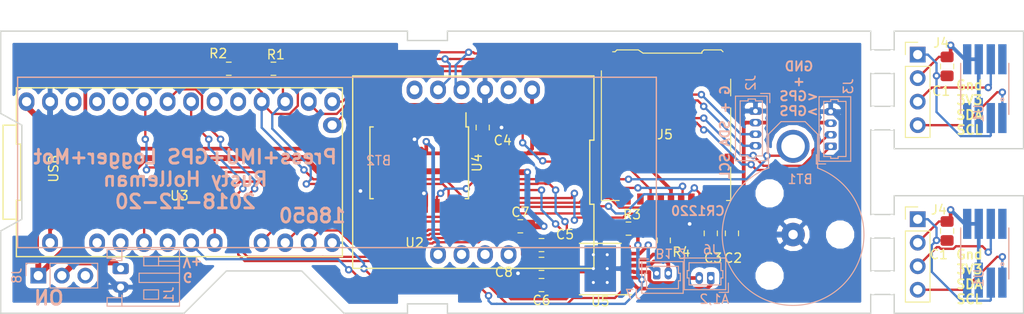
<source format=kicad_pcb>
(kicad_pcb (version 20171130) (host pcbnew 5.0.1-33cea8e~68~ubuntu18.04.1)
  (layers (0 F.Cu signal) (31 B.Cu signal) (34 B.Paste user hide) (35 F.Paste user hide) (36 B.SilkS user) (37 F.SilkS user hide) (38 B.Mask user) (39 F.Mask user hide) (44 Edge.Cuts user))
  (net 0 "")
  (net 1 "Net-(BT1-Pad1)")
  (net 2 "Net-(J1-Pad1)")
  (net 3 GND)
  (net 4 /P_3V)
  (net 5 /P_GND)
  (net 6 /3V)
  (net 7 /SDA)
  (net 8 /SCL)
  (net 9 /P_SDA)
  (net 10 /P_SCL)
  (net 11 /SD_CS)
  (net 12 /MOSI)
  (net 13 /SCK)
  (net 14 /MISO)
  (net 15 /RX)
  (net 16 /TX)
  (net 17 "Net-(C5-Pad2)")
  (net 18 /Vbat)
  (net 19 "Net-(C6-Pad1)")
  (net 20 /BIN2)
  (net 21 /DRV_nSLEEP)
  (net 22 /AIN1)
  (net 23 /AIN2)
  (net 24 /BIN1)
  (net 25 /AO1)
  (net 26 /AO2)
  (net 27 /BO2)
  (net 28 /BO1)
  (net 29 /ASEN)
  (net 30 /BSEN)
  (module m0_logger_footprints:tab_drills (layer F.Cu) (at 144.78 73.152 90)
    (fp_text reference REF** hide)
    (fp_text value tab_drills hide)
    (pad "" np_thru_hole circle (at 2.286 0.254 90) (size 0.508 0.508) (drill 0.508) (layers *.Cu *.Mask))
    (pad "" np_thru_hole circle (at 1.27 0.254 90) (size 0.508 0.508) (drill 0.508) (layers *.Cu *.Mask))
    (pad "" np_thru_hole circle (at 0.254 0.254 90) (size 0.508 0.508) (drill 0.508) (layers *.Cu *.Mask))
    (pad "" np_thru_hole circle (at 0.254 2.286 90) (size 0.508 0.508) (drill 0.508) (layers *.Cu *.Mask))
    (pad "" np_thru_hole circle (at 1.27 2.286 90) (size 0.508 0.508) (drill 0.508) (layers *.Cu *.Mask))
    (pad "" np_thru_hole circle (at 2.286 2.286 90) (size 0.508 0.508) (drill 0.508) (layers *.Cu *.Mask))
  )
  (module m0_logger_footprints:tab_drills (layer F.Cu) (at 144.78 79.248 90)
    (fp_text reference REF** hide)
    (fp_text value tab_drills hide)
    (pad "" np_thru_hole circle (at 2.286 0.254 90) (size 0.508 0.508) (drill 0.508) (layers *.Cu *.Mask))
    (pad "" np_thru_hole circle (at 1.27 0.254 90) (size 0.508 0.508) (drill 0.508) (layers *.Cu *.Mask))
    (pad "" np_thru_hole circle (at 0.254 0.254 90) (size 0.508 0.508) (drill 0.508) (layers *.Cu *.Mask))
    (pad "" np_thru_hole circle (at 0.254 2.286 90) (size 0.508 0.508) (drill 0.508) (layers *.Cu *.Mask))
    (pad "" np_thru_hole circle (at 1.27 2.286 90) (size 0.508 0.508) (drill 0.508) (layers *.Cu *.Mask))
    (pad "" np_thru_hole circle (at 2.286 2.286 90) (size 0.508 0.508) (drill 0.508) (layers *.Cu *.Mask))
  )
  (module Connector_PinHeader_2.54mm:PinHeader_1x04_P2.54mm_Vertical (layer F.Cu) (at 149.86 71.12)
    (fp_text reference J4 (at 2.286 -1.016) (layer F.SilkS))
    (fp_text value PressureB)
    (pad 4 thru_hole oval (at 0 7.62) (size 1.7 1.7) (drill 1) (layers *.Cu *.Mask) (net 10 /P_SCL))
    (pad 3 thru_hole oval (at 0 5.08) (size 1.7 1.7) (drill 1) (layers *.Cu *.Mask) (net 9 /P_SDA))
    (pad 2 thru_hole oval (at 0 2.54) (size 1.7 1.7) (drill 1) (layers *.Cu *.Mask) (net 4 /P_3V))
    (pad 1 thru_hole rect (at 0 0) (size 1.7 1.7) (drill 1) (layers *.Cu *.Mask) (net 5 /P_GND))
  )
  (module Capacitor_SMD:C_0805_2012Metric_Pad1.15x1.40mm_HandSolder (layer F.Cu) (at 153.035 72.39 270)
    (fp_text reference C1 (at 2.54 0.889) (layer F.SilkS))
    (fp_text value 0.1uF)
    (pad 2 smd roundrect (at 1.025 0 270) (size 1.15 1.4) (layers F.Cu F.Paste F.Mask) (roundrect_rratio 0.217391) (net 5 /P_GND))
    (pad 1 smd roundrect (at -1.025 0 270) (size 1.15 1.4) (layers F.Cu F.Paste F.Mask) (roundrect_rratio 0.217391) (net 4 /P_3V))
  )
  (module m0_logger_footprints:ms5803_rh (layer B.Cu) (at 159.004 77.47 270)
    (fp_text reference U1 (at 0 2.55 270) (layer B.SilkS) (effects (justify mirror)))
    (fp_text value MS5803)
    (pad 1 smd rect (at 0.5 0 270) (size 3.25 0.9) (layers B.Cu B.Paste B.Mask) (net 10 /P_SCL))
    (pad 2 smd rect (at 0.5 1.25 270) (size 3.25 0.9) (layers B.Cu B.Paste B.Mask) (net 5 /P_GND))
    (pad 3 smd rect (at 0.5 2.55 270) (size 3.8 0.9) (drill (offset -0.275 0)) (layers B.Cu B.Paste B.Mask) (net 4 /P_3V))
    (pad 4 smd rect (at 0.5 3.8 270) (size 3.25 0.9) (layers B.Cu B.Paste B.Mask))
    (pad 5 smd rect (at -5.85 3.8 270) (size 3.25 0.9) (layers B.Cu B.Paste B.Mask) (net 4 /P_3V))
    (pad 6 smd rect (at -5.85 2.55 270) (size 3.25 0.9) (layers B.Cu B.Paste B.Mask) (net 4 /P_3V))
    (pad 7 smd rect (at -5.85 1.25 270) (size 3.25 0.9) (layers B.Cu B.Paste B.Mask) (net 9 /P_SDA))
    (pad 8 smd rect (at -5.85 0 270) (size 3.25 0.9) (layers B.Cu B.Paste B.Mask))
  )
  (module m0_logger_footprints:ItsyBitsyM0 (layer F.Cu) (at 70.104 66.04)
    (fp_text reference U3 (at 0 2.54 180) (layer F.SilkS))
    (fp_text value itsy_m0)
    (fp_text user USB (at -13.589 -0.381 90) (layer F.SilkS))
    (pad 19 thru_hole oval (at 16.51 -5.08) (size 2 1.7) (drill 1) (layers *.Cu *.Mask) (net 11 /SD_CS))
    (pad 14 thru_hole oval (at 16.51 7.62) (size 1.7 2) (drill 1) (layers *.Cu *.Mask) (net 21 /DRV_nSLEEP))
    (pad 20 thru_hole oval (at 16.51 -7.62) (size 1.7 2) (drill 1) (layers *.Cu *.Mask) (net 15 /RX))
    (pad 13 thru_hole oval (at 13.97 7.62) (size 1.7 2) (drill 1) (layers *.Cu *.Mask) (net 14 /MISO))
    (pad 21 thru_hole oval (at 13.97 -7.62) (size 1.7 2) (drill 1) (layers *.Cu *.Mask) (net 16 /TX))
    (pad 12 thru_hole oval (at 11.43 7.62) (size 1.7 2) (drill 1) (layers *.Cu *.Mask) (net 12 /MOSI))
    (pad 22 thru_hole oval (at 11.43 -7.62) (size 1.7 2) (drill 1) (layers *.Cu *.Mask) (net 7 /SDA))
    (pad 11 thru_hole oval (at 8.89 7.62) (size 1.7 2) (drill 1) (layers *.Cu *.Mask) (net 13 /SCK))
    (pad 23 thru_hole oval (at 8.89 -7.62) (size 1.7 2) (drill 1) (layers *.Cu *.Mask) (net 8 /SCL))
    (pad 24 thru_hole oval (at 6.35 -7.62) (size 1.7 2) (drill 1) (layers *.Cu *.Mask))
    (pad 9 thru_hole oval (at 3.81 7.62) (size 1.7 2) (drill 1) (layers *.Cu *.Mask) (net 30 /BSEN))
    (pad 25 thru_hole oval (at 3.81 -7.62) (size 1.7 2) (drill 1) (layers *.Cu *.Mask))
    (pad 8 thru_hole oval (at 1.27 7.62) (size 1.7 2) (drill 1) (layers *.Cu *.Mask) (net 29 /ASEN))
    (pad 26 thru_hole oval (at 1.27 -7.62) (size 1.7 2) (drill 1) (layers *.Cu *.Mask) (net 22 /AIN1))
    (pad 7 thru_hole oval (at -1.27 7.62) (size 1.7 2) (drill 1) (layers *.Cu *.Mask))
    (pad 27 thru_hole oval (at -1.27 -7.62) (size 1.7 2) (drill 1) (layers *.Cu *.Mask) (net 23 /AIN2))
    (pad 6 thru_hole oval (at -3.81 7.62) (size 1.7 2) (drill 1) (layers *.Cu *.Mask) (net 20 /BIN2))
    (pad 28 thru_hole oval (at -3.81 -7.62) (size 1.7 2) (drill 1) (layers *.Cu *.Mask) (net 24 /BIN1))
    (pad 5 thru_hole oval (at -6.35 7.62) (size 1.7 2) (drill 1) (layers *.Cu *.Mask))
    (pad 29 thru_hole oval (at -6.35 -7.62) (size 1.7 2) (drill 1) (layers *.Cu *.Mask))
    (pad 4 thru_hole oval (at -8.89 7.62) (size 1.7 2) (drill 1) (layers *.Cu *.Mask))
    (pad 30 thru_hole oval (at -8.89 -7.62) (size 1.7 2) (drill 1) (layers *.Cu *.Mask))
    (pad 31 thru_hole oval (at -11.43 -7.62) (size 1.7 2) (drill 1) (layers *.Cu *.Mask))
    (pad 2 thru_hole oval (at -13.97 7.62) (size 1.7 2) (drill 1) (layers *.Cu *.Mask) (net 6 /3V))
    (pad 32 thru_hole oval (at -13.97 -7.62) (size 1.7 2) (drill 1) (layers *.Cu *.Mask) (net 3 GND))
    (pad 33 thru_hole oval (at -16.51 -7.62) (size 1.7 2) (drill 1) (layers *.Cu *.Mask) (net 18 /Vbat))
  )
  (module Package_SO:HTSSOP-16-1EP_4.4x5mm_P0.65mm_EP3.4x5mm_Mask2.46x2.31mm_ThermalVias (layer F.Cu) (at 115.57 76.454 180)
    (fp_text reference U5 (at 0 -3.55 180) (layer F.SilkS))
    (fp_text value DRV8833PWP)
    (pad 17 smd rect (at 0 0 180) (size 3.4 5) (layers B.Cu) (net 3 GND))
    (pad 1 smd rect (at -2.775 -2.275 180) (size 1.05 0.45) (layers F.Cu F.Paste F.Mask) (net 21 /DRV_nSLEEP))
    (pad 2 smd rect (at -2.775 -1.625 180) (size 1.05 0.45) (layers F.Cu F.Paste F.Mask) (net 25 /AO1))
    (pad 3 smd rect (at -2.775 -0.975 180) (size 1.05 0.45) (layers F.Cu F.Paste F.Mask) (net 29 /ASEN))
    (pad 4 smd rect (at -2.775 -0.325 180) (size 1.05 0.45) (layers F.Cu F.Paste F.Mask) (net 26 /AO2))
    (pad 5 smd rect (at -2.775 0.325 180) (size 1.05 0.45) (layers F.Cu F.Paste F.Mask) (net 27 /BO2))
    (pad 6 smd rect (at -2.775 0.975 180) (size 1.05 0.45) (layers F.Cu F.Paste F.Mask) (net 30 /BSEN))
    (pad 7 smd rect (at -2.775 1.625 180) (size 1.05 0.45) (layers F.Cu F.Paste F.Mask) (net 28 /BO1))
    (pad 8 smd rect (at -2.775 2.275 180) (size 1.05 0.45) (layers F.Cu F.Paste F.Mask))
    (pad 9 smd rect (at 2.775 2.275 180) (size 1.05 0.45) (layers F.Cu F.Paste F.Mask) (net 24 /BIN1))
    (pad 10 smd rect (at 2.775 1.625 180) (size 1.05 0.45) (layers F.Cu F.Paste F.Mask) (net 20 /BIN2))
    (pad 11 smd rect (at 2.775 0.975 180) (size 1.05 0.45) (layers F.Cu F.Paste F.Mask) (net 17 "Net-(C5-Pad2)"))
    (pad 12 smd rect (at 2.775 0.325 180) (size 1.05 0.45) (layers F.Cu F.Paste F.Mask) (net 18 /Vbat))
    (pad 13 smd rect (at 2.775 -0.325 180) (size 1.05 0.45) (layers F.Cu F.Paste F.Mask) (net 3 GND))
    (pad 14 smd rect (at 2.775 -0.975 180) (size 1.05 0.45) (layers F.Cu F.Paste F.Mask) (net 19 "Net-(C6-Pad1)"))
    (pad 15 smd rect (at 2.775 -1.625 180) (size 1.05 0.45) (layers F.Cu F.Paste F.Mask) (net 23 /AIN2))
    (pad 16 smd rect (at 2.775 -2.275 180) (size 1.05 0.45) (layers F.Cu F.Paste F.Mask) (net 22 /AIN1))
    (pad 17 smd rect (at 0 0 180) (size 3.4 5) (layers F.Cu) (net 3 GND))
    (pad 17 thru_hole circle (at -0.75 -1.5 180) (size 0.75 0.75) (drill 0.33) (layers *.Cu) (net 3 GND))
    (pad 17 thru_hole circle (at 0.75 -1.5 180) (size 0.75 0.75) (drill 0.33) (layers *.Cu) (net 3 GND))
    (pad 17 thru_hole circle (at -0.75 0 180) (size 0.75 0.75) (drill 0.33) (layers *.Cu) (net 3 GND))
    (pad 17 thru_hole circle (at 0.75 0 180) (size 0.75 0.75) (drill 0.33) (layers *.Cu) (net 3 GND))
    (pad 17 thru_hole circle (at -0.75 1.5 180) (size 0.75 0.75) (drill 0.33) (layers *.Cu) (net 3 GND))
    (pad 17 thru_hole circle (at 0.75 1.5 180) (size 0.75 0.75) (drill 0.33) (layers *.Cu) (net 3 GND))
  )
  (module m0_logger_footprints:af18650_outline (layer B.Cu) (at 55.626 65.784)
    (fp_text reference BT2 (at 36 -1) (layer B.SilkS) (effects (justify mirror)))
    (fp_text value "18650, protected ")
  )
  (module m0_logger_footprints:afBNO055 (layer F.Cu) (at 101.854 66.04 180)
    (fp_text reference U2 (at 6.35 -7.62) (layer F.SilkS))
    (fp_text value af_bno055)
    (pad 6 thru_hole oval (at 6.35 8.89 180) (size 1.7 2) (drill 1) (layers *.Cu *.Mask))
    (pad 5 thru_hole oval (at 3.81 8.89 180) (size 1.7 2) (drill 1) (layers *.Cu *.Mask) (net 8 /SCL))
    (pad 7 thru_hole oval (at 3.81 -8.89 180) (size 1.7 2) (drill 1) (layers *.Cu *.Mask) (net 6 /3V))
    (pad 4 thru_hole oval (at 1.27 8.89 180) (size 1.7 2) (drill 1) (layers *.Cu *.Mask) (net 7 /SDA))
    (pad 8 thru_hole oval (at 1.27 -8.89 180) (size 1.7 2) (drill 1) (layers *.Cu *.Mask))
    (pad 3 thru_hole oval (at -1.27 8.89 180) (size 1.7 2) (drill 1) (layers *.Cu *.Mask) (net 3 GND))
    (pad 9 thru_hole oval (at -1.27 -8.89 180) (size 1.7 2) (drill 1) (layers *.Cu *.Mask))
    (pad 2 thru_hole oval (at -3.81 8.89 180) (size 1.7 2) (drill 1) (layers *.Cu *.Mask))
    (pad 10 thru_hole oval (at -3.81 -8.89 180) (size 1.7 2) (drill 1) (layers *.Cu *.Mask))
    (pad 1 thru_hole oval (at -6.35 8.89 180) (size 1.7 2) (drill 1) (layers *.Cu *.Mask) (net 6 /3V))
  )
  (module m0_logger_footprints:ms5803_rh (layer B.Cu) (at 159.004 59.69 270)
    (fp_text reference U1 (at 0 2.55 270) (layer B.SilkS) (effects (justify mirror)))
    (fp_text value MS5803)
    (pad 8 smd rect (at -5.85 0 270) (size 3.25 0.9) (layers B.Cu B.Paste B.Mask))
    (pad 7 smd rect (at -5.85 1.25 270) (size 3.25 0.9) (layers B.Cu B.Paste B.Mask) (net 9 /P_SDA))
    (pad 6 smd rect (at -5.85 2.55 270) (size 3.25 0.9) (layers B.Cu B.Paste B.Mask) (net 4 /P_3V))
    (pad 5 smd rect (at -5.85 3.8 270) (size 3.25 0.9) (layers B.Cu B.Paste B.Mask) (net 4 /P_3V))
    (pad 4 smd rect (at 0.5 3.8 270) (size 3.25 0.9) (layers B.Cu B.Paste B.Mask))
    (pad 3 smd rect (at 0.5 2.55 270) (size 3.8 0.9) (drill (offset -0.275 0)) (layers B.Cu B.Paste B.Mask) (net 4 /P_3V))
    (pad 2 smd rect (at 0.5 1.25 270) (size 3.25 0.9) (layers B.Cu B.Paste B.Mask) (net 5 /P_GND))
    (pad 1 smd rect (at 0.5 0 270) (size 3.25 0.9) (layers B.Cu B.Paste B.Mask) (net 10 /P_SCL))
  )
  (module Battery:BatteryHolder_Keystone_500 (layer B.Cu) (at 136.398 63.246 270)
    (fp_text reference BT1 (at 3.556 -0.762) (layer B.SilkS) (effects (justify mirror)))
    (fp_text value Battery_Cell)
    (pad 1 thru_hole circle (at 0 0 270) (size 3.56 3.56) (drill 2.54) (layers *.Cu *.Mask) (net 1 "Net-(BT1-Pad1)"))
    (pad 2 thru_hole circle (at 9.53 0 270) (size 2.54 2.54) (drill 1.02) (layers *.Cu *.Mask) (net 3 GND))
    (pad "" np_thru_hole circle (at 9.53 -5.08 270) (size 2.03 2.03) (drill 2.03) (layers *.Cu *.Mask))
    (pad "" np_thru_hole circle (at 13.97 2.54 270) (size 2.03 2.03) (drill 2.03) (layers *.Cu *.Mask))
    (pad "" np_thru_hole circle (at 5.08 2.54 270) (size 2.03 2.03) (drill 2.03) (layers *.Cu *.Mask))
  )
  (module Capacitor_SMD:C_0805_2012Metric_Pad1.15x1.40mm_HandSolder (layer F.Cu) (at 153.035 54.61 270)
    (fp_text reference C1 (at 2.667 0.635) (layer F.SilkS))
    (fp_text value 0.1uF)
    (pad 1 smd roundrect (at -1.025 0 270) (size 1.15 1.4) (layers F.Cu F.Paste F.Mask) (roundrect_rratio 0.217391) (net 4 /P_3V))
    (pad 2 smd roundrect (at 1.025 0 270) (size 1.15 1.4) (layers F.Cu F.Paste F.Mask) (roundrect_rratio 0.217391) (net 5 /P_GND))
  )
  (module Connector_PinHeader_2.54mm:PinHeader_1x04_P2.54mm_Vertical (layer F.Cu) (at 149.86 53.34)
    (fp_text reference J4 (at 2.54 -1.27) (layer F.SilkS))
    (fp_text value PressureB)
    (pad 1 thru_hole rect (at 0 0) (size 1.7 1.7) (drill 1) (layers *.Cu *.Mask) (net 5 /P_GND))
    (pad 2 thru_hole oval (at 0 2.54) (size 1.7 1.7) (drill 1) (layers *.Cu *.Mask) (net 4 /P_3V))
    (pad 3 thru_hole oval (at 0 5.08) (size 1.7 1.7) (drill 1) (layers *.Cu *.Mask) (net 9 /P_SDA))
    (pad 4 thru_hole oval (at 0 7.62) (size 1.7 1.7) (drill 1) (layers *.Cu *.Mask) (net 10 /P_SCL))
  )
  (module Connector_Card:microSD_HC_Hirose_DM3AT-SF-PEJM5 (layer F.Cu) (at 122.682 61.214 180)
    (fp_text reference J5 (at 0.127 -0.762 180) (layer F.SilkS))
    (fp_text value Micro_SD_Card)
    (pad 9 smd rect (at -5.875 -7.725 180) (size 0.7 1.2) (layers F.Cu F.Paste F.Mask) (net 3 GND))
    (pad 8 smd rect (at -4.925 -7.725 180) (size 0.7 1.2) (layers F.Cu F.Paste F.Mask))
    (pad 1 smd rect (at 2.775 -7.725 180) (size 0.7 1.2) (layers F.Cu F.Paste F.Mask))
    (pad 2 smd rect (at 1.675 -7.725 180) (size 0.7 1.2) (layers F.Cu F.Paste F.Mask) (net 11 /SD_CS))
    (pad 3 smd rect (at 0.575 -7.725 180) (size 0.7 1.2) (layers F.Cu F.Paste F.Mask) (net 12 /MOSI))
    (pad 4 smd rect (at -0.525 -7.725 180) (size 0.7 1.2) (layers F.Cu F.Paste F.Mask) (net 6 /3V))
    (pad 5 smd rect (at -1.625 -7.725 180) (size 0.7 1.2) (layers F.Cu F.Paste F.Mask) (net 13 /SCK))
    (pad 6 smd rect (at -2.725 -7.725 180) (size 0.7 1.2) (layers F.Cu F.Paste F.Mask) (net 3 GND))
    (pad 7 smd rect (at -3.825 -7.725 180) (size 0.7 1.2) (layers F.Cu F.Paste F.Mask) (net 14 /MISO))
    (pad 11 smd rect (at 4.325 -7.725 180) (size 1 1.2) (layers F.Cu F.Paste F.Mask))
    (pad 11 smd rect (at -6.825 -3.425 180) (size 1 1.2) (layers F.Cu F.Paste F.Mask))
    (pad 10 smd rect (at -6.825 2.775 180) (size 1 0.8) (layers F.Cu F.Paste F.Mask))
    (pad 11 smd rect (at -6.825 6.925 180) (size 1 2.8) (layers F.Cu F.Paste F.Mask))
    (pad 11 smd rect (at 6.675 7.375 180) (size 1.3 1.9) (layers F.Cu F.Paste F.Mask))
  )
  (module Package_SO:SOIC-16W_7.5x10.3mm_P1.27mm (layer F.Cu) (at 96.012 65.024 270)
    (fp_text reference U4 (at 0 -6.25 270) (layer F.SilkS))
    (fp_text value DS3231S)
    (pad 1 smd rect (at -4.65 -4.445 270) (size 1.5 0.6) (layers F.Cu F.Paste F.Mask))
    (pad 2 smd rect (at -4.65 -3.175 270) (size 1.5 0.6) (layers F.Cu F.Paste F.Mask) (net 6 /3V))
    (pad 3 smd rect (at -4.65 -1.905 270) (size 1.5 0.6) (layers F.Cu F.Paste F.Mask))
    (pad 4 smd rect (at -4.65 -0.635 270) (size 1.5 0.6) (layers F.Cu F.Paste F.Mask))
    (pad 5 smd rect (at -4.65 0.635 270) (size 1.5 0.6) (layers F.Cu F.Paste F.Mask) (net 3 GND))
    (pad 6 smd rect (at -4.65 1.905 270) (size 1.5 0.6) (layers F.Cu F.Paste F.Mask) (net 3 GND))
    (pad 7 smd rect (at -4.65 3.175 270) (size 1.5 0.6) (layers F.Cu F.Paste F.Mask) (net 3 GND))
    (pad 8 smd rect (at -4.65 4.445 270) (size 1.5 0.6) (layers F.Cu F.Paste F.Mask) (net 3 GND))
    (pad 9 smd rect (at 4.65 4.445 270) (size 1.5 0.6) (layers F.Cu F.Paste F.Mask) (net 3 GND))
    (pad 10 smd rect (at 4.65 3.175 270) (size 1.5 0.6) (layers F.Cu F.Paste F.Mask) (net 3 GND))
    (pad 11 smd rect (at 4.65 1.905 270) (size 1.5 0.6) (layers F.Cu F.Paste F.Mask) (net 3 GND))
    (pad 12 smd rect (at 4.65 0.635 270) (size 1.5 0.6) (layers F.Cu F.Paste F.Mask) (net 3 GND))
    (pad 13 smd rect (at 4.65 -0.635 270) (size 1.5 0.6) (layers F.Cu F.Paste F.Mask) (net 3 GND))
    (pad 14 smd rect (at 4.65 -1.905 270) (size 1.5 0.6) (layers F.Cu F.Paste F.Mask) (net 1 "Net-(BT1-Pad1)"))
    (pad 15 smd rect (at 4.65 -3.175 270) (size 1.5 0.6) (layers F.Cu F.Paste F.Mask) (net 7 /SDA))
    (pad 16 smd rect (at 4.65 -4.445 270) (size 1.5 0.6) (layers F.Cu F.Paste F.Mask) (net 8 /SCL))
  )
  (module Capacitor_SMD:C_0805_2012Metric_Pad1.15x1.40mm_HandSolder (layer F.Cu) (at 129.794 72.644 90)
    (fp_text reference C2 (at -2.667 0.127 180) (layer F.SilkS))
    (fp_text value 0.1uF)
    (pad 1 smd roundrect (at -1.025 0 90) (size 1.15 1.4) (layers F.Cu F.Paste F.Mask) (roundrect_rratio 0.217391) (net 6 /3V))
    (pad 2 smd roundrect (at 1.025 0 90) (size 1.15 1.4) (layers F.Cu F.Paste F.Mask) (roundrect_rratio 0.217391) (net 3 GND))
  )
  (module Capacitor_SMD:C_0805_2012Metric_Pad1.15x1.40mm_HandSolder (layer F.Cu) (at 127.508 72.644 90)
    (fp_text reference C3 (at -2.667 0.254 180) (layer F.SilkS))
    (fp_text value 47uF)
    (pad 1 smd roundrect (at -1.025 0 90) (size 1.15 1.4) (layers F.Cu F.Paste F.Mask) (roundrect_rratio 0.217391) (net 6 /3V))
    (pad 2 smd roundrect (at 1.025 0 90) (size 1.15 1.4) (layers F.Cu F.Paste F.Mask) (roundrect_rratio 0.217391) (net 3 GND))
  )
  (module Capacitor_SMD:C_0805_2012Metric_Pad1.15x1.40mm_HandSolder (layer F.Cu) (at 102.87 61.214 270)
    (fp_text reference C4 (at 1.397 -2.159) (layer F.SilkS))
    (fp_text value 0.1uF)
    (pad 2 smd roundrect (at 1.025 0 270) (size 1.15 1.4) (layers F.Cu F.Paste F.Mask) (roundrect_rratio 0.217391) (net 3 GND))
    (pad 1 smd roundrect (at -1.025 0 270) (size 1.15 1.4) (layers F.Cu F.Paste F.Mask) (roundrect_rratio 0.217391) (net 6 /3V))
  )
  (module Resistor_SMD:R_0805_2012Metric_Pad1.15x1.40mm_HandSolder (layer F.Cu) (at 80.264 54.864)
    (fp_text reference R1 (at 0.254 -1.524) (layer F.SilkS))
    (fp_text value 5.6k)
    (pad 2 smd roundrect (at 1.025 0) (size 1.15 1.4) (layers F.Cu F.Paste F.Mask) (roundrect_rratio 0.217391) (net 7 /SDA))
    (pad 1 smd roundrect (at -1.025 0) (size 1.15 1.4) (layers F.Cu F.Paste F.Mask) (roundrect_rratio 0.217391) (net 6 /3V))
  )
  (module Resistor_SMD:R_0805_2012Metric_Pad1.15x1.40mm_HandSolder (layer F.Cu) (at 75.438 54.864)
    (fp_text reference R2 (at -1.143 -1.65) (layer F.SilkS))
    (fp_text value 5.6k)
    (pad 1 smd roundrect (at -1.025 0) (size 1.15 1.4) (layers F.Cu F.Paste F.Mask) (roundrect_rratio 0.217391) (net 6 /3V))
    (pad 2 smd roundrect (at 1.025 0) (size 1.15 1.4) (layers F.Cu F.Paste F.Mask) (roundrect_rratio 0.217391) (net 8 /SCL))
  )
  (module Connector_JST:JST_PH_S2B-PH-K_1x02_P2.00mm_Horizontal (layer B.Cu) (at 63.754 76.454 270)
    (fp_text reference J1 (at 2.794 -5.207 270) (layer B.SilkS) (effects (justify mirror)))
    (fp_text value LiPO)
    (pad 1 thru_hole roundrect (at 0 0 270) (size 1.2 1.75) (drill 0.75) (layers *.Cu *.Mask) (roundrect_rratio 0.208333) (net 2 "Net-(J1-Pad1)"))
    (pad 2 thru_hole oval (at 2 0 270) (size 1.2 1.75) (drill 0.75) (layers *.Cu *.Mask) (net 3 GND))
  )
  (module m0_logger_footprints:tab_drills (layer F.Cu) (at 144.78 55.372 90)
    (fp_text reference REF** hide)
    (fp_text value tab_drills hide)
    (pad "" np_thru_hole circle (at 2.286 2.286 90) (size 0.508 0.508) (drill 0.508) (layers *.Cu *.Mask))
    (pad "" np_thru_hole circle (at 1.27 2.286 90) (size 0.508 0.508) (drill 0.508) (layers *.Cu *.Mask))
    (pad "" np_thru_hole circle (at 0.254 2.286 90) (size 0.508 0.508) (drill 0.508) (layers *.Cu *.Mask))
    (pad "" np_thru_hole circle (at 0.254 0.254 90) (size 0.508 0.508) (drill 0.508) (layers *.Cu *.Mask))
    (pad "" np_thru_hole circle (at 1.27 0.254 90) (size 0.508 0.508) (drill 0.508) (layers *.Cu *.Mask))
    (pad "" np_thru_hole circle (at 2.286 0.254 90) (size 0.508 0.508) (drill 0.508) (layers *.Cu *.Mask))
  )
  (module m0_logger_footprints:tab_drills (layer F.Cu) (at 144.78 61.468 90)
    (fp_text reference REF** hide)
    (fp_text value tab_drills hide)
    (pad "" np_thru_hole circle (at 2.286 2.286 90) (size 0.508 0.508) (drill 0.508) (layers *.Cu *.Mask))
    (pad "" np_thru_hole circle (at 1.27 2.286 90) (size 0.508 0.508) (drill 0.508) (layers *.Cu *.Mask))
    (pad "" np_thru_hole circle (at 0.254 2.286 90) (size 0.508 0.508) (drill 0.508) (layers *.Cu *.Mask))
    (pad "" np_thru_hole circle (at 0.254 0.254 90) (size 0.508 0.508) (drill 0.508) (layers *.Cu *.Mask))
    (pad "" np_thru_hole circle (at 1.27 0.254 90) (size 0.508 0.508) (drill 0.508) (layers *.Cu *.Mask))
    (pad "" np_thru_hole circle (at 2.286 0.254 90) (size 0.508 0.508) (drill 0.508) (layers *.Cu *.Mask))
  )
  (module Capacitor_SMD:C_0805_2012Metric_Pad1.15x1.40mm_HandSolder (layer F.Cu) (at 109.22 73.914)
    (fp_text reference C5 (at 2.54 -1.143) (layer F.SilkS))
    (fp_text value 0.1uF)
    (pad 2 smd roundrect (at 1.025 0) (size 1.15 1.4) (layers F.Cu F.Paste F.Mask) (roundrect_rratio 0.217391) (net 17 "Net-(C5-Pad2)"))
    (pad 1 smd roundrect (at -1.025 0) (size 1.15 1.4) (layers F.Cu F.Paste F.Mask) (roundrect_rratio 0.217391) (net 18 /Vbat))
  )
  (module Capacitor_SMD:C_0805_2012Metric_Pad1.15x1.40mm_HandSolder (layer F.Cu) (at 109.22 78.232 180)
    (fp_text reference C6 (at 0 -1.65 180) (layer F.SilkS))
    (fp_text value 2.2uF)
    (pad 1 smd roundrect (at -1.025 0 180) (size 1.15 1.4) (layers F.Cu F.Paste F.Mask) (roundrect_rratio 0.217391) (net 19 "Net-(C6-Pad1)"))
    (pad 2 smd roundrect (at 1.025 0 180) (size 1.15 1.4) (layers F.Cu F.Paste F.Mask) (roundrect_rratio 0.217391) (net 3 GND))
  )
  (module Capacitor_SMD:C_0805_2012Metric_Pad1.15x1.40mm_HandSolder (layer F.Cu) (at 106.934 71.882 180)
    (fp_text reference C7 (at 0 1.524 180) (layer F.SilkS))
    (fp_text value 47uF)
    (pad 2 smd roundrect (at 1.025 0 180) (size 1.15 1.4) (layers F.Cu F.Paste F.Mask) (roundrect_rratio 0.217391) (net 3 GND))
    (pad 1 smd roundrect (at -1.025 0 180) (size 1.15 1.4) (layers F.Cu F.Paste F.Mask) (roundrect_rratio 0.217391) (net 18 /Vbat))
  )
  (module Capacitor_SMD:C_0805_2012Metric_Pad1.15x1.40mm_HandSolder (layer F.Cu) (at 109.22 75.946 180)
    (fp_text reference C8 (at 4.064 -0.889) (layer F.SilkS))
    (fp_text value 47uF)
    (pad 1 smd roundrect (at -1.025 0 180) (size 1.15 1.4) (layers F.Cu F.Paste F.Mask) (roundrect_rratio 0.217391) (net 18 /Vbat))
    (pad 2 smd roundrect (at 1.025 0 180) (size 1.15 1.4) (layers F.Cu F.Paste F.Mask) (roundrect_rratio 0.217391) (net 3 GND))
  )
  (module Connector_PinHeader_2.54mm:PinHeader_1x03_P2.54mm_Vertical (layer B.Cu) (at 54.864 77.216 270)
    (fp_text reference J8 (at 0 2.33 270) (layer B.SilkS) (effects (justify mirror)))
    (fp_text value Conn_01x03)
    (pad 1 thru_hole rect (at 0 0 270) (size 1.7 1.7) (drill 1) (layers *.Cu *.Mask) (net 18 /Vbat))
    (pad 2 thru_hole oval (at 0 -2.54 270) (size 1.7 1.7) (drill 1) (layers *.Cu *.Mask) (net 2 "Net-(J1-Pad1)"))
    (pad 3 thru_hole oval (at 0 -5.08 270) (size 1.7 1.7) (drill 1) (layers *.Cu *.Mask))
  )
  (module Resistor_SMD:R_0805_2012Metric_Pad1.15x1.40mm_HandSolder (layer F.Cu) (at 118.618 72.136 180)
    (fp_text reference R3 (at -0.381 1.524 180) (layer F.SilkS))
    (fp_text value 0.47)
    (pad 2 smd roundrect (at 1.025 0 180) (size 1.15 1.4) (layers F.Cu F.Paste F.Mask) (roundrect_rratio 0.217391) (net 3 GND))
    (pad 1 smd roundrect (at -1.025 0 180) (size 1.15 1.4) (layers F.Cu F.Paste F.Mask) (roundrect_rratio 0.217391) (net 29 /ASEN))
  )
  (module Resistor_SMD:R_0805_2012Metric_Pad1.15x1.40mm_HandSolder (layer F.Cu) (at 122.428 73.406 90)
    (fp_text reference R4 (at -1.27 1.905 180) (layer F.SilkS))
    (fp_text value 0.47)
    (pad 1 smd roundrect (at -1.025 0 90) (size 1.15 1.4) (layers F.Cu F.Paste F.Mask) (roundrect_rratio 0.217391) (net 30 /BSEN))
    (pad 2 smd roundrect (at 1.025 0 90) (size 1.15 1.4) (layers F.Cu F.Paste F.Mask) (roundrect_rratio 0.217391) (net 3 GND))
  )
  (module Connector_Molex:Molex_PicoBlade_53047-0810_1x04_P1.25mm_Vertical (layer B.Cu) (at 132.334 59.436 270)
    (fp_text reference J2 (at -3.048 0.508 270) (layer B.SilkS) (effects (justify mirror)))
    (fp_text value PressureA)
    (pad 4 thru_hole oval (at 3.75 0 270) (size 0.8 1.3) (drill 0.5) (layers *.Cu *.Mask) (net 8 /SCL))
    (pad 3 thru_hole oval (at 2.5 0 270) (size 0.8 1.3) (drill 0.5) (layers *.Cu *.Mask) (net 7 /SDA))
    (pad 2 thru_hole oval (at 1.25 0 270) (size 0.8 1.3) (drill 0.5) (layers *.Cu *.Mask) (net 6 /3V))
    (pad 1 thru_hole roundrect (at 0 0 270) (size 0.8 1.3) (drill 0.5) (layers *.Cu *.Mask) (net 3 GND))
  )
  (module Connector_Molex:Molex_PicoBlade_53047-0810_1x04_P1.25mm_Vertical (layer B.Cu) (at 140.462 63.246 90)
    (fp_text reference J3 (at 6.477 1.905 90) (layer B.SilkS) (effects (justify mirror)))
    (fp_text value GPS)
    (pad 1 thru_hole roundrect (at 0 0 90) (size 0.8 1.3) (drill 0.5) (layers *.Cu *.Mask) (net 16 /TX))
    (pad 2 thru_hole oval (at 1.25 0 90) (size 0.8 1.3) (drill 0.5) (layers *.Cu *.Mask) (net 15 /RX))
    (pad 3 thru_hole oval (at 2.5 0 90) (size 0.8 1.3) (drill 0.5) (layers *.Cu *.Mask) (net 6 /3V))
    (pad 4 thru_hole oval (at 3.75 0 90) (size 0.8 1.3) (drill 0.5) (layers *.Cu *.Mask) (net 3 GND))
  )
  (module Connector_Molex:Molex_PicoBlade_53047-0410_1x02_P1.25mm_Vertical (layer B.Cu) (at 127.508 77.47 180)
    (fp_text reference J6 (at 0 3.048 180) (layer B.SilkS) (effects (justify mirror)))
    (fp_text value MotA)
    (pad 1 thru_hole roundrect (at 0 0 180) (size 0.8 1.3) (drill 0.5) (layers *.Cu *.Mask) (net 25 /AO1))
    (pad 2 thru_hole oval (at 1.25 0 180) (size 0.8 1.3) (drill 0.5) (layers *.Cu *.Mask) (net 26 /AO2))
  )
  (module Connector_Molex:Molex_PicoBlade_53047-0410_1x02_P1.25mm_Vertical (layer B.Cu) (at 121.666 76.962)
    (fp_text reference J7 (at -2.54 2.286) (layer B.SilkS) (effects (justify mirror)))
    (fp_text value MotB)
    (pad 2 thru_hole oval (at 1.25 0) (size 0.8 1.3) (drill 0.5) (layers *.Cu *.Mask) (net 27 /BO2))
    (pad 1 thru_hole roundrect (at 0 0) (size 0.8 1.3) (drill 0.5) (layers *.Cu *.Mask) (net 28 /BO1))
  )
  (gr_text CR1220 (at 126.111 70.231) (layer B.SilkS) (effects (font (size 0.9906 0.992) (thickness 0.19685)) (justify mirror)))
  (gr_text "B1,2\n" (at 123.19 74.803 180) (layer B.SilkS) (effects (font (size 0.992 0.9906) (thickness 0.1476)) (justify mirror)))
  (gr_text "A1,2\n" (at 127.889 79.756) (layer B.SilkS) (effects (font (size 0.992 0.9906) (thickness 0.1476)) (justify mirror)))
  (gr_text ON (at 56.007 79.629) (layer B.SilkS) (effects (font (size 1.5 1.5) (thickness 0.3)) (justify mirror)))
  (gr_text "Gnd\n3V3\nSDA\nSCL" (at 155.448 59.055) (layer F.SilkS) (effects (font (size 1 1) (thickness 0.2))))
  (gr_line (start 144.78 79.248) (end 144.78 81.28) (layer Edge.Cuts) (width 0.15))
  (gr_line (start 144.78 76.708) (end 144.78 73.152) (layer Edge.Cuts) (width 0.15))
  (gr_line (start 144.78 69.596) (end 144.78 70.612) (layer Edge.Cuts) (width 0.15))
  (gr_line (start 144.78 61.468) (end 144.78 69.596) (layer Edge.Cuts) (width 0.15))
  (gr_line (start 144.78 50.8) (end 144.78 52.832) (layer Edge.Cuts) (width 0.15))
  (gr_line (start 147.32 76.708) (end 144.78 76.708) (layer Edge.Cuts) (width 0.15))
  (gr_line (start 144.78 73.152) (end 147.32 73.152) (layer Edge.Cuts) (width 0.15))
  (gr_line (start 146.812 70.612) (end 144.78 70.612) (layer Edge.Cuts) (width 0.15))
  (gr_line (start 144.78 79.248) (end 146.812 79.248) (layer Edge.Cuts) (width 0.15))
  (gr_line (start 147.32 68.58) (end 147.32 70.612) (layer Edge.Cuts) (width 0.15))
  (gr_line (start 147.32 81.28) (end 147.32 79.248) (layer Edge.Cuts) (width 0.15))
  (gr_line (start 146.812 70.612) (end 147.32 70.612) (layer Edge.Cuts) (width 0.15))
  (gr_line (start 146.812 79.248) (end 147.32 79.248) (layer Edge.Cuts) (width 0.15))
  (gr_line (start 147.32 73.152) (end 147.32 76.708) (layer Edge.Cuts) (width 0.15))
  (gr_line (start 147.32 68.58) (end 161.29 68.58) (layer Edge.Cuts) (width 0.15))
  (gr_line (start 161.29 68.58) (end 161.29 81.28) (layer Edge.Cuts) (width 0.15))
  (gr_line (start 161.29 81.28) (end 147.32 81.28) (layer Edge.Cuts) (width 0.15))
  (gr_line (start 50.8 72.39) (end 50.8 81.28) (layer Edge.Cuts) (width 0.15))
  (gr_line (start 53.086 71.12) (end 50.8 72.39) (layer Edge.Cuts) (width 0.15))
  (gr_line (start 53.086 60.96) (end 53.086 71.12) (layer Edge.Cuts) (width 0.15))
  (gr_line (start 50.8 59.69) (end 53.086 60.96) (layer Edge.Cuts) (width 0.15))
  (gr_line (start 50.8 50.8) (end 50.8 59.69) (layer Edge.Cuts) (width 0.15))
  (gr_text "Press+IMU+GPS Logger+Mot\nRusty Holleman\n2018-12-20" (at 70.739 66.802) (layer B.SilkS) (effects (font (size 1.5 1.5) (thickness 0.3)) (justify mirror)))
  (gr_line (start 70.612 81.28) (end 50.8 81.28) (layer Edge.Cuts) (width 0.15))
  (gr_line (start 75.184 76.708) (end 70.612 81.28) (layer Edge.Cuts) (width 0.15))
  (gr_line (start 83.312 76.708) (end 75.184 76.708) (layer Edge.Cuts) (width 0.15))
  (gr_line (start 87.884 81.28) (end 83.312 76.708) (layer Edge.Cuts) (width 0.15))
  (gr_line (start 94.742 81.28) (end 87.884 81.28) (layer Edge.Cuts) (width 0.15))
  (gr_line (start 99.06 81.28) (end 144.78 81.28) (layer Edge.Cuts) (width 0.15))
  (gr_line (start 99.06 80.264) (end 99.06 81.28) (layer Edge.Cuts) (width 0.15))
  (gr_line (start 94.742 80.264) (end 99.06 80.264) (layer Edge.Cuts) (width 0.15))
  (gr_line (start 94.742 81.28) (end 94.742 80.264) (layer Edge.Cuts) (width 0.15))
  (gr_line (start 127.254 50.8) (end 144.78 50.8) (layer Edge.Cuts) (width 0.15))
  (gr_line (start 99.06 50.8) (end 127.254 50.8) (layer Edge.Cuts) (width 0.15))
  (gr_line (start 99.06 51.816) (end 99.06 50.8) (layer Edge.Cuts) (width 0.15))
  (gr_line (start 94.742 51.816) (end 99.06 51.816) (layer Edge.Cuts) (width 0.15))
  (gr_line (start 94.742 50.8) (end 94.742 51.816) (layer Edge.Cuts) (width 0.15))
  (gr_line (start 50.8 50.8) (end 94.742 50.8) (layer Edge.Cuts) (width 0.15))
  (gr_line (start 144.78 58.928) (end 144.78 55.372) (layer Edge.Cuts) (width 0.15))
  (gr_line (start 147.32 58.928) (end 144.78 58.928) (layer Edge.Cuts) (width 0.15))
  (gr_line (start 147.32 55.372) (end 147.32 58.928) (layer Edge.Cuts) (width 0.15))
  (gr_line (start 144.78 55.372) (end 147.32 55.372) (layer Edge.Cuts) (width 0.15))
  (gr_line (start 146.812 61.468) (end 147.32 61.468) (layer Edge.Cuts) (width 0.15))
  (gr_line (start 146.812 52.832) (end 147.32 52.832) (layer Edge.Cuts) (width 0.15))
  (gr_line (start 147.32 63.5) (end 147.32 61.468) (layer Edge.Cuts) (width 0.15))
  (gr_line (start 147.32 50.8) (end 147.32 52.832) (layer Edge.Cuts) (width 0.15))
  (gr_line (start 144.78 61.468) (end 146.812 61.468) (layer Edge.Cuts) (width 0.15))
  (gr_line (start 144.78 52.832) (end 146.812 52.832) (layer Edge.Cuts) (width 0.15))
  (gr_text "G\nV+" (at 70.358 76.581 180) (layer B.SilkS) (effects (font (size 0.9906 0.992) (thickness 0.2032)) (justify left mirror)))
  (gr_text "GND\n+\n<GPS\n>GPS" (at 137.033 57.023) (layer B.SilkS) (effects (font (size 1 1) (thickness 0.2)) (justify mirror)))
  (gr_text "G + SDA SCL" (at 129.032 61.722 90) (layer B.SilkS) (effects (font (size 1 1) (thickness 0.2)) (justify mirror)))
  (gr_text "Gnd\n3V3\nSDA\nSCL" (at 155.448 77.343) (layer F.SilkS) (effects (font (size 1 1) (thickness 0.2))))
  (gr_line (start 161.29 63.5) (end 147.32 63.5) (layer Edge.Cuts) (width 0.15))
  (gr_line (start 161.29 50.8) (end 161.29 63.5) (layer Edge.Cuts) (width 0.15))
  (gr_line (start 147.32 50.8) (end 161.29 50.8) (layer Edge.Cuts) (width 0.15))
  (gr_text 18650 (at 84.455 70.739) (layer B.SilkS) (effects (font (size 1.5 1.5) (thickness 0.3)) (justify mirror)))
  (segment (start 97.917 69.674) (end 97.917 70.124) (width 0.25) (layer F.Cu) (net 1))
  (via (at 118.618 66.802) (size 0.8) (drill 0.4) (layers F.Cu B.Cu) (net 1))
  (segment (start 133.567999 64.579698) (end 133.567999 64.262) (width 0.25) (layer B.Cu) (net 1))
  (via (at 133.567999 64.262) (size 0.8) (drill 0.4) (layers F.Cu B.Cu) (net 1))
  (segment (start 118.618 66.802) (end 131.345697 66.802) (width 0.25) (layer B.Cu) (net 1))
  (segment (start 131.345697 66.802) (end 133.567999 64.579698) (width 0.25) (layer B.Cu) (net 1))
  (segment (start 135.382 64.262) (end 136.398 63.246) (width 0.25) (layer F.Cu) (net 1))
  (segment (start 133.567999 64.262) (end 135.382 64.262) (width 0.25) (layer F.Cu) (net 1))
  (via (at 98.31899 68.326) (size 0.8) (drill 0.4) (layers F.Cu B.Cu) (net 1))
  (segment (start 97.917 69.674) (end 97.917 68.72799) (width 0.25) (layer F.Cu) (net 1))
  (segment (start 97.917 68.72799) (end 98.31899 68.326) (width 0.25) (layer F.Cu) (net 1))
  (segment (start 98.31899 68.326) (end 98.82699 67.818) (width 0.25) (layer B.Cu) (net 1))
  (via (at 101.092 67.818) (size 0.8) (drill 0.4) (layers F.Cu B.Cu) (net 1))
  (segment (start 98.82699 67.818) (end 101.092 67.818) (width 0.25) (layer B.Cu) (net 1))
  (segment (start 102.114064 66.795936) (end 113.531936 66.795936) (width 0.25) (layer F.Cu) (net 1))
  (segment (start 101.092 67.818) (end 102.114064 66.795936) (width 0.25) (layer F.Cu) (net 1))
  (segment (start 113.531936 66.795936) (end 113.538 66.802) (width 0.25) (layer F.Cu) (net 1))
  (segment (start 118.052315 66.802) (end 118.618 66.802) (width 0.25) (layer F.Cu) (net 1))
  (segment (start 113.538 66.802) (end 118.052315 66.802) (width 0.25) (layer F.Cu) (net 1))
  (segment (start 63.08329 75.78329) (end 63.754 76.454) (width 0.635) (layer F.Cu) (net 2))
  (segment (start 58.83671 75.78329) (end 63.08329 75.78329) (width 0.635) (layer F.Cu) (net 2))
  (segment (start 57.404 77.216) (end 58.83671 75.78329) (width 0.635) (layer F.Cu) (net 2))
  (segment (start 115.57 74.159) (end 115.57 76.454) (width 0.25) (layer F.Cu) (net 3))
  (segment (start 122.428 72.626) (end 122.428 71.951) (width 0.25) (layer F.Cu) (net 3))
  (segment (start 115.245 76.779) (end 115.57 76.454) (width 0.381) (layer F.Cu) (net 3))
  (segment (start 112.795 76.779) (end 115.245 76.779) (width 0.381) (layer F.Cu) (net 3))
  (segment (start 111.889 76.779) (end 112.795 76.779) (width 0.381) (layer F.Cu) (net 3))
  (segment (start 111.63149 77.03651) (end 111.889 76.779) (width 0.381) (layer F.Cu) (net 3))
  (segment (start 109.28551 77.03651) (end 111.63149 77.03651) (width 0.381) (layer F.Cu) (net 3))
  (segment (start 108.195 75.946) (end 109.28551 77.03651) (width 0.381) (layer F.Cu) (net 3))
  (segment (start 108.195 75.946) (end 108.195 78.232) (width 0.381) (layer F.Cu) (net 3))
  (segment (start 107.571628 75.322628) (end 108.195 75.946) (width 0.381) (layer F.Cu) (net 3))
  (segment (start 107.188 74.939) (end 107.571628 75.322628) (width 0.381) (layer F.Cu) (net 3))
  (segment (start 105.909 71.882) (end 107.188 73.161) (width 0.381) (layer F.Cu) (net 3))
  (segment (start 107.188 73.161) (end 107.188 74.939) (width 0.381) (layer F.Cu) (net 3))
  (segment (start 115.57 73.573) (end 115.57 76.454) (width 0.381) (layer F.Cu) (net 3))
  (segment (start 115.57 73.484) (end 115.57 73.573) (width 0.381) (layer F.Cu) (net 3))
  (segment (start 116.918 72.136) (end 115.57 73.484) (width 0.381) (layer F.Cu) (net 3))
  (segment (start 117.593 72.136) (end 116.918 72.136) (width 0.381) (layer F.Cu) (net 3))
  (segment (start 136.266 72.644) (end 136.398 72.776) (width 0.25) (layer B.Cu) (net 3))
  (segment (start 123.698 72.644) (end 126.492 72.644) (width 0.25) (layer B.Cu) (net 3))
  (segment (start 126.492 72.644) (end 136.266 72.644) (width 0.25) (layer B.Cu) (net 3))
  (segment (start 129.794 71.619) (end 127.508 71.619) (width 0.25) (layer F.Cu) (net 3))
  (segment (start 91.567 60.374) (end 92.837 60.374) (width 0.25) (layer F.Cu) (net 3))
  (segment (start 94.107 60.374) (end 92.837 60.374) (width 0.25) (layer F.Cu) (net 3))
  (segment (start 95.377 60.374) (end 94.107 60.374) (width 0.25) (layer F.Cu) (net 3))
  (segment (start 91.567 69.674) (end 92.837 69.674) (width 0.25) (layer F.Cu) (net 3))
  (segment (start 94.107 69.674) (end 92.837 69.674) (width 0.25) (layer F.Cu) (net 3))
  (segment (start 94.107 69.674) (end 95.377 69.674) (width 0.25) (layer F.Cu) (net 3))
  (segment (start 95.377 69.674) (end 96.647 69.674) (width 0.25) (layer F.Cu) (net 3))
  (segment (start 103.124 57.15) (end 103.124 57.3) (width 0.25) (layer F.Cu) (net 3))
  (segment (start 105.909 71.882) (end 105.664 71.882) (width 0.25) (layer F.Cu) (net 3))
  (segment (start 95.377 59.924) (end 95.377 60.374) (width 0.25) (layer F.Cu) (net 3))
  (segment (start 103.124 57.15) (end 102.395715 57.15) (width 0.25) (layer F.Cu) (net 3))
  (via (at 95.504 62.484) (size 0.8) (drill 0.4) (layers F.Cu B.Cu) (net 3))
  (segment (start 95.504 60.501) (end 95.377 60.374) (width 0.25) (layer F.Cu) (net 3))
  (segment (start 95.504 62.484) (end 95.504 60.501) (width 0.25) (layer F.Cu) (net 3))
  (segment (start 95.758 62.738) (end 95.504 62.484) (width 0.25) (layer B.Cu) (net 3))
  (via (at 96.52 68.326) (size 0.8) (drill 0.4) (layers F.Cu B.Cu) (net 3))
  (segment (start 96.52 66.744315) (end 95.758 65.982315) (width 0.25) (layer B.Cu) (net 3))
  (segment (start 95.758 65.982315) (end 95.758 62.738) (width 0.25) (layer B.Cu) (net 3))
  (segment (start 96.52 68.326) (end 96.52 66.744315) (width 0.25) (layer B.Cu) (net 3))
  (segment (start 96.647 68.453) (end 96.52 68.326) (width 0.635) (layer F.Cu) (net 3))
  (segment (start 96.647 69.674) (end 96.647 68.453) (width 0.635) (layer F.Cu) (net 3))
  (segment (start 95.25 62.484) (end 95.504 62.484) (width 0.635) (layer B.Cu) (net 3))
  (segment (start 57.404 69.85) (end 87.884 69.85) (width 0.635) (layer B.Cu) (net 3))
  (segment (start 57.404 72.379) (end 57.404 69.85) (width 0.635) (layer B.Cu) (net 3))
  (segment (start 63.479 78.454) (end 57.404 72.379) (width 0.635) (layer B.Cu) (net 3))
  (segment (start 63.754 78.454) (end 63.479 78.454) (width 0.635) (layer B.Cu) (net 3))
  (segment (start 57.404 61.325) (end 57.404 69.85) (width 0.635) (layer B.Cu) (net 3))
  (segment (start 56.134 60.055) (end 57.404 61.325) (width 0.635) (layer B.Cu) (net 3))
  (segment (start 56.134 58.42) (end 56.134 60.055) (width 0.635) (layer B.Cu) (net 3))
  (segment (start 103.124 61.214) (end 103.124 57.15) (width 0.635) (layer B.Cu) (net 3))
  (via (at 104.902 61.214) (size 0.8) (drill 0.4) (layers F.Cu B.Cu) (net 3))
  (segment (start 102.87 62.239) (end 103.877 62.239) (width 0.635) (layer F.Cu) (net 3))
  (segment (start 103.877 62.239) (end 104.902 61.214) (width 0.635) (layer F.Cu) (net 3))
  (segment (start 104.295501 61.820499) (end 104.502001 61.613999) (width 0.635) (layer B.Cu) (net 3))
  (segment (start 104.502001 61.613999) (end 104.902 61.214) (width 0.635) (layer B.Cu) (net 3))
  (segment (start 95.504 62.484) (end 96.167501 61.820499) (width 0.635) (layer B.Cu) (net 3))
  (segment (start 103.124 61.214) (end 103.124 61.820499) (width 0.635) (layer B.Cu) (net 3))
  (segment (start 96.167501 61.820499) (end 103.124 61.820499) (width 0.635) (layer B.Cu) (net 3))
  (segment (start 103.124 61.820499) (end 104.295501 61.820499) (width 0.635) (layer B.Cu) (net 3))
  (segment (start 104.902 61.214) (end 104.902 70.104) (width 0.635) (layer B.Cu) (net 3))
  (segment (start 111.252 76.454) (end 115.57 76.454) (width 0.635) (layer B.Cu) (net 3))
  (via (at 106.68 76.962) (size 0.8) (drill 0.4) (layers F.Cu B.Cu) (net 3))
  (segment (start 108.195 75.946) (end 107.696 75.946) (width 0.635) (layer F.Cu) (net 3))
  (segment (start 107.696 75.946) (end 106.68 76.962) (width 0.635) (layer F.Cu) (net 3))
  (segment (start 107.079999 76.562001) (end 109.22 74.422) (width 0.635) (layer B.Cu) (net 3))
  (segment (start 106.68 76.962) (end 107.079999 76.562001) (width 0.635) (layer B.Cu) (net 3))
  (segment (start 104.902 70.104) (end 109.22 74.422) (width 0.635) (layer B.Cu) (net 3))
  (segment (start 109.22 74.422) (end 111.252 76.454) (width 0.635) (layer B.Cu) (net 3))
  (segment (start 105.301999 61.613999) (end 110.635999 61.613999) (width 0.635) (layer B.Cu) (net 3))
  (segment (start 104.902 61.214) (end 105.301999 61.613999) (width 0.635) (layer B.Cu) (net 3))
  (segment (start 110.635999 61.613999) (end 114.554 65.532) (width 0.635) (layer B.Cu) (net 3))
  (segment (start 134.601949 72.776) (end 136.398 72.776) (width 0.635) (layer B.Cu) (net 3))
  (segment (start 114.554 69.136771) (end 118.193229 72.776) (width 0.635) (layer B.Cu) (net 3))
  (segment (start 114.554 65.532) (end 114.554 69.136771) (width 0.635) (layer B.Cu) (net 3))
  (segment (start 128.557 70.57) (end 127.508 71.619) (width 0.635) (layer F.Cu) (net 3))
  (segment (start 128.557 68.939) (end 128.557 70.57) (width 0.635) (layer F.Cu) (net 3))
  (segment (start 126.852 71.619) (end 127.508 71.619) (width 0.635) (layer F.Cu) (net 3))
  (segment (start 125.407 70.174) (end 126.852 71.619) (width 0.635) (layer F.Cu) (net 3))
  (segment (start 125.407 68.939) (end 125.407 70.174) (width 0.635) (layer F.Cu) (net 3))
  (via (at 125.222 71.628) (size 0.8) (drill 0.4) (layers F.Cu B.Cu) (net 3))
  (segment (start 127.508 71.619) (end 125.231 71.619) (width 0.635) (layer F.Cu) (net 3))
  (segment (start 125.231 71.619) (end 125.222 71.628) (width 0.635) (layer F.Cu) (net 3))
  (segment (start 124.714 72.136) (end 124.714 72.776) (width 0.635) (layer B.Cu) (net 3))
  (segment (start 125.222 71.628) (end 124.714 72.136) (width 0.635) (layer B.Cu) (net 3))
  (segment (start 118.193229 72.776) (end 124.714 72.776) (width 0.635) (layer B.Cu) (net 3))
  (segment (start 140.759555 59.496) (end 140.462 59.496) (width 0.635) (layer B.Cu) (net 3))
  (segment (start 141.62951 60.365955) (end 140.759555 59.496) (width 0.635) (layer B.Cu) (net 3))
  (segment (start 141.62951 63.743204) (end 141.62951 60.365955) (width 0.635) (layer B.Cu) (net 3))
  (segment (start 132.596714 72.776) (end 141.62951 63.743204) (width 0.635) (layer B.Cu) (net 3))
  (segment (start 132.588 72.776) (end 132.596714 72.776) (width 0.635) (layer B.Cu) (net 3))
  (segment (start 124.714 72.776) (end 132.588 72.776) (width 0.635) (layer B.Cu) (net 3))
  (segment (start 132.588 72.776) (end 134.601949 72.776) (width 0.635) (layer B.Cu) (net 3))
  (segment (start 132.394 59.496) (end 132.334 59.436) (width 0.635) (layer B.Cu) (net 3))
  (segment (start 140.402 59.436) (end 140.462 59.496) (width 0.25) (layer B.Cu) (net 3))
  (segment (start 132.334 59.436) (end 140.402 59.436) (width 0.25) (layer B.Cu) (net 3))
  (via (at 89.662 68.072) (size 0.8) (drill 0.4) (layers F.Cu B.Cu) (net 3))
  (segment (start 87.884 69.85) (end 89.662 68.072) (width 0.635) (layer B.Cu) (net 3))
  (segment (start 89.662 68.072) (end 95.25 62.484) (width 0.635) (layer B.Cu) (net 3))
  (segment (start 89.867 68.277) (end 89.662 68.072) (width 0.25) (layer F.Cu) (net 3))
  (segment (start 91.264 69.674) (end 89.662 68.072) (width 0.635) (layer F.Cu) (net 3))
  (segment (start 91.567 69.674) (end 91.264 69.674) (width 0.635) (layer F.Cu) (net 3))
  (segment (start 122.428 71.706) (end 121.76749 71.04549) (width 0.381) (layer F.Cu) (net 3))
  (segment (start 122.428 72.381) (end 122.428 71.706) (width 0.381) (layer F.Cu) (net 3))
  (segment (start 118.67749 71.512628) (end 118.216372 71.512628) (width 0.381) (layer F.Cu) (net 3))
  (segment (start 121.76749 71.04549) (end 119.05269 71.04549) (width 0.381) (layer F.Cu) (net 3))
  (segment (start 118.216372 71.512628) (end 117.593 72.136) (width 0.381) (layer F.Cu) (net 3))
  (segment (start 119.05269 71.04549) (end 118.67749 71.42069) (width 0.381) (layer F.Cu) (net 3))
  (segment (start 118.67749 71.42069) (end 118.67749 71.512628) (width 0.381) (layer F.Cu) (net 3))
  (segment (start 153.035 53.585) (end 153.425 53.585) (width 0.25) (layer F.Cu) (net 4))
  (segment (start 152.155 53.585) (end 153.035 53.585) (width 0.25) (layer F.Cu) (net 4))
  (segment (start 149.86 55.88) (end 152.155 53.585) (width 0.25) (layer F.Cu) (net 4))
  (segment (start 156.454 60.19) (end 156.454 53.84) (width 0.4) (layer B.Cu) (net 4))
  (segment (start 156.454 53.84) (end 155.204 53.84) (width 0.4) (layer B.Cu) (net 4))
  (via (at 153.416 52.324) (size 0.8) (drill 0.4) (layers F.Cu B.Cu) (net 4))
  (segment (start 155.204 53.84) (end 154.932 53.84) (width 0.4) (layer B.Cu) (net 4))
  (segment (start 154.932 53.84) (end 153.416 52.324) (width 0.4) (layer B.Cu) (net 4))
  (segment (start 153.416 53.204) (end 153.035 53.585) (width 0.4) (layer F.Cu) (net 4))
  (segment (start 153.416 52.324) (end 153.416 53.204) (width 0.4) (layer F.Cu) (net 4))
  (segment (start 156.454 77.97) (end 156.454 71.62) (width 0.4) (layer B.Cu) (net 4))
  (segment (start 155.204 71.62) (end 154.932 71.62) (width 0.4) (layer B.Cu) (net 4))
  (segment (start 154.932 71.62) (end 153.416 70.104) (width 0.4) (layer B.Cu) (net 4))
  (segment (start 153.416 70.984) (end 153.035 71.365) (width 0.4) (layer F.Cu) (net 4))
  (segment (start 156.454 71.62) (end 155.204 71.62) (width 0.4) (layer B.Cu) (net 4))
  (via (at 153.416 70.104) (size 0.8) (drill 0.4) (layers F.Cu B.Cu) (net 4))
  (segment (start 153.416 70.104) (end 153.416 70.984) (width 0.4) (layer F.Cu) (net 4))
  (segment (start 152.155 71.365) (end 153.035 71.365) (width 0.25) (layer F.Cu) (net 4))
  (segment (start 149.86 73.66) (end 152.155 71.365) (width 0.25) (layer F.Cu) (net 4))
  (segment (start 153.035 71.365) (end 153.425 71.365) (width 0.25) (layer F.Cu) (net 4))
  (segment (start 157.754 62.065) (end 157.754 60.19) (width 0.25) (layer B.Cu) (net 5))
  (segment (start 150.96 53.34) (end 149.86 53.34) (width 0.25) (layer B.Cu) (net 5))
  (via (at 151.892 55.626) (size 0.8) (drill 0.4) (layers F.Cu B.Cu) (net 5))
  (segment (start 154.493999 62.140001) (end 157.678999 62.140001) (width 0.25) (layer B.Cu) (net 5))
  (segment (start 151.892 59.538002) (end 154.493999 62.140001) (width 0.25) (layer B.Cu) (net 5))
  (segment (start 157.678999 62.140001) (end 157.754 62.065) (width 0.25) (layer B.Cu) (net 5))
  (segment (start 151.892 55.626) (end 151.892 59.538002) (width 0.25) (layer B.Cu) (net 5))
  (segment (start 153.026 55.626) (end 153.035 55.635) (width 0.25) (layer F.Cu) (net 5))
  (segment (start 151.892 55.626) (end 153.026 55.626) (width 0.25) (layer F.Cu) (net 5))
  (segment (start 151.892 54.272) (end 150.96 53.34) (width 0.25) (layer B.Cu) (net 5))
  (segment (start 151.892 55.626) (end 151.892 54.272) (width 0.25) (layer B.Cu) (net 5))
  (segment (start 153.026 73.406) (end 153.035 73.415) (width 0.25) (layer F.Cu) (net 5))
  (segment (start 151.892 73.406) (end 153.026 73.406) (width 0.25) (layer F.Cu) (net 5))
  (segment (start 151.892 72.052) (end 150.96 71.12) (width 0.25) (layer B.Cu) (net 5))
  (segment (start 150.96 71.12) (end 149.86 71.12) (width 0.25) (layer B.Cu) (net 5))
  (via (at 151.892 73.406) (size 0.8) (drill 0.4) (layers F.Cu B.Cu) (net 5))
  (segment (start 151.892 73.406) (end 151.892 72.052) (width 0.25) (layer B.Cu) (net 5))
  (segment (start 154.493999 79.920001) (end 157.678999 79.920001) (width 0.25) (layer B.Cu) (net 5))
  (segment (start 151.384 76.810002) (end 154.493999 79.920001) (width 0.25) (layer B.Cu) (net 5))
  (segment (start 157.754 79.845) (end 157.754 77.97) (width 0.25) (layer B.Cu) (net 5))
  (segment (start 157.678999 79.920001) (end 157.754 79.845) (width 0.25) (layer B.Cu) (net 5))
  (segment (start 151.892 73.406) (end 151.384 73.914) (width 0.25) (layer B.Cu) (net 5))
  (segment (start 151.384 73.914) (end 151.384 76.810002) (width 0.25) (layer B.Cu) (net 5))
  (segment (start 140.402 60.686) (end 140.462 60.746) (width 0.4) (layer F.Cu) (net 6))
  (segment (start 132.334 60.686) (end 140.402 60.686) (width 0.4) (layer F.Cu) (net 6))
  (segment (start 56.134 73.66) (end 56.134 73.51) (width 0.4) (layer F.Cu) (net 6))
  (segment (start 75.036372 54.240628) (end 74.413 54.864) (width 0.4) (layer F.Cu) (net 6))
  (segment (start 75.51301 53.76399) (end 75.036372 54.240628) (width 0.4) (layer F.Cu) (net 6))
  (segment (start 78.93899 53.76399) (end 75.51301 53.76399) (width 0.4) (layer F.Cu) (net 6))
  (segment (start 79.239 54.064) (end 78.93899 53.76399) (width 0.4) (layer F.Cu) (net 6))
  (segment (start 79.239 54.864) (end 79.239 54.064) (width 0.4) (layer F.Cu) (net 6))
  (segment (start 56.134 72.26) (end 56.134 73.66) (width 0.4) (layer F.Cu) (net 6))
  (segment (start 104.605246 64.23001) (end 104.827256 64.008) (width 0.4) (layer F.Cu) (net 6))
  (segment (start 102.944744 64.008) (end 103.166754 64.23001) (width 0.4) (layer F.Cu) (net 6))
  (segment (start 103.166754 64.23001) (end 104.605246 64.23001) (width 0.4) (layer F.Cu) (net 6))
  (segment (start 108.204 63.5) (end 107.696 64.008) (width 0.4) (layer F.Cu) (net 6))
  (segment (start 104.827256 64.008) (end 107.696 64.008) (width 0.4) (layer F.Cu) (net 6))
  (segment (start 108.204 57.15) (end 108.204 63.5) (width 0.4) (layer F.Cu) (net 6))
  (segment (start 99.187 59.924) (end 99.187 60.374) (width 0.4) (layer F.Cu) (net 6))
  (segment (start 99.887 59.224) (end 99.187 59.924) (width 0.4) (layer F.Cu) (net 6))
  (segment (start 102.579999 59.223999) (end 99.887 59.224) (width 0.4) (layer F.Cu) (net 6))
  (segment (start 102.87 59.514) (end 102.579999 59.223999) (width 0.4) (layer F.Cu) (net 6))
  (segment (start 102.87 60.189) (end 102.87 59.514) (width 0.4) (layer F.Cu) (net 6))
  (segment (start 100.33 64.008) (end 102.944744 64.008) (width 0.4) (layer F.Cu) (net 6))
  (segment (start 99.187 63.881) (end 99.06 64.008) (width 0.4) (layer F.Cu) (net 6))
  (segment (start 99.187 60.374) (end 99.187 63.881) (width 0.4) (layer F.Cu) (net 6))
  (segment (start 99.06 64.008) (end 100.33 64.008) (width 0.4) (layer F.Cu) (net 6))
  (segment (start 97.51899 63.48299) (end 96.774 62.738) (width 0.4) (layer B.Cu) (net 6))
  (via (at 96.774 62.738) (size 0.8) (drill 0.4) (layers F.Cu B.Cu) (net 6))
  (segment (start 97.51899 73.00499) (end 97.51899 63.48299) (width 0.4) (layer B.Cu) (net 6))
  (segment (start 98.044 74.93) (end 98.044 73.53) (width 0.4) (layer B.Cu) (net 6))
  (segment (start 98.044 73.53) (end 97.51899 73.00499) (width 0.4) (layer B.Cu) (net 6))
  (segment (start 96.774 62.738) (end 96.774 64.008) (width 0.4) (layer F.Cu) (net 6))
  (segment (start 96.774 64.008) (end 99.06 64.008) (width 0.4) (layer F.Cu) (net 6))
  (segment (start 74.413 54.864) (end 59.944 54.864) (width 0.4) (layer F.Cu) (net 6))
  (segment (start 59.944 68.45) (end 56.134 72.26) (width 0.4) (layer F.Cu) (net 6))
  (segment (start 59.944 54.864) (end 59.944 68.45) (width 0.4) (layer F.Cu) (net 6))
  (segment (start 96.266 63.5) (end 96.774 64.008) (width 0.4) (layer F.Cu) (net 6))
  (segment (start 56.134 72.26) (end 64.894 63.5) (width 0.4) (layer F.Cu) (net 6))
  (segment (start 64.894 63.5) (end 96.266 63.5) (width 0.4) (layer F.Cu) (net 6))
  (segment (start 119.276 64.008) (end 123.207 67.939) (width 0.4) (layer F.Cu) (net 6))
  (segment (start 107.696 64.008) (end 119.276 64.008) (width 0.4) (layer F.Cu) (net 6))
  (segment (start 123.207 67.939) (end 123.207 68.939) (width 0.4) (layer F.Cu) (net 6))
  (segment (start 124.206 72.39) (end 124.206 70.508002) (width 0.4) (layer F.Cu) (net 6))
  (segment (start 123.19 68.956) (end 123.207 68.939) (width 0.4) (layer F.Cu) (net 6))
  (segment (start 131.284 60.686) (end 131.064 60.906) (width 0.4) (layer F.Cu) (net 6))
  (segment (start 132.334 60.686) (end 131.284 60.686) (width 0.4) (layer F.Cu) (net 6))
  (segment (start 124.206 70.508002) (end 123.19 69.492002) (width 0.4) (layer F.Cu) (net 6))
  (segment (start 131.064 60.906) (end 131.064 72.39) (width 0.4) (layer F.Cu) (net 6))
  (segment (start 125.476 73.66) (end 124.206 72.39) (width 0.4) (layer F.Cu) (net 6))
  (segment (start 123.19 69.492002) (end 123.19 68.956) (width 0.4) (layer F.Cu) (net 6))
  (segment (start 131.064 72.39) (end 129.794 73.66) (width 0.4) (layer F.Cu) (net 6))
  (segment (start 129.794 73.66) (end 125.476 73.66) (width 0.4) (layer F.Cu) (net 6))
  (segment (start 81.289 58.175) (end 81.534 58.42) (width 0.25) (layer F.Cu) (net 7))
  (segment (start 81.289 54.864) (end 81.289 58.175) (width 0.25) (layer F.Cu) (net 7))
  (via (at 126.492 57.658) (size 0.8) (drill 0.4) (layers F.Cu B.Cu) (net 7))
  (segment (start 132.334 61.936) (end 130.77 61.936) (width 0.25) (layer B.Cu) (net 7))
  (segment (start 130.77 61.936) (end 126.492 57.658) (width 0.25) (layer B.Cu) (net 7))
  (via (at 83.82 67.31) (size 0.8) (drill 0.4) (layers F.Cu B.Cu) (net 7))
  (segment (start 98.552 67.31) (end 83.82 67.31) (width 0.25) (layer F.Cu) (net 7))
  (segment (start 99.187 69.674) (end 99.187 67.945) (width 0.25) (layer F.Cu) (net 7))
  (segment (start 99.187 67.945) (end 98.552 67.31) (width 0.25) (layer F.Cu) (net 7))
  (via (at 101.346 53.086) (size 0.8) (drill 0.4) (layers F.Cu B.Cu) (net 7))
  (segment (start 112.649 53.213) (end 117.094 57.658) (width 0.25) (layer F.Cu) (net 7))
  (segment (start 117.094 57.658) (end 126.492 57.658) (width 0.25) (layer F.Cu) (net 7))
  (segment (start 101.981 53.213) (end 112.649 53.213) (width 0.25) (layer F.Cu) (net 7))
  (segment (start 101.346 53.086) (end 101.854 53.086) (width 0.25) (layer F.Cu) (net 7))
  (segment (start 101.854 53.086) (end 101.981 53.213) (width 0.25) (layer F.Cu) (net 7))
  (segment (start 101.346 53.086) (end 82.804 53.086) (width 0.25) (layer F.Cu) (net 7))
  (segment (start 81.289 54.601) (end 81.289 54.864) (width 0.25) (layer F.Cu) (net 7))
  (segment (start 82.804 53.086) (end 81.289 54.601) (width 0.25) (layer F.Cu) (net 7))
  (segment (start 80.137 61.341) (end 80.137 59.817) (width 0.25) (layer B.Cu) (net 7))
  (segment (start 84.291001 65.495001) (end 80.137 61.341) (width 0.25) (layer B.Cu) (net 7))
  (segment (start 80.137 59.817) (end 81.534 58.42) (width 0.25) (layer B.Cu) (net 7))
  (segment (start 83.82 67.31) (end 84.291001 66.838999) (width 0.25) (layer B.Cu) (net 7))
  (segment (start 84.291001 66.838999) (end 84.291001 65.495001) (width 0.25) (layer B.Cu) (net 7))
  (segment (start 99.949 56.515) (end 100.584 57.15) (width 0.25) (layer B.Cu) (net 7))
  (segment (start 101.346 53.086) (end 99.949 54.483) (width 0.25) (layer B.Cu) (net 7))
  (segment (start 99.949 54.483) (end 99.949 56.515) (width 0.25) (layer B.Cu) (net 7))
  (segment (start 78.994 57.395) (end 78.994 58.42) (width 0.25) (layer F.Cu) (net 8))
  (segment (start 76.463 54.864) (end 78.994 57.395) (width 0.25) (layer F.Cu) (net 8))
  (via (at 126.741347 58.932653) (size 0.8) (drill 0.4) (layers F.Cu B.Cu) (net 8))
  (segment (start 98.044 57.15) (end 98.044 57) (width 0.25) (layer B.Cu) (net 8))
  (segment (start 98.044 57.3) (end 98.044 57.15) (width 0.25) (layer B.Cu) (net 8))
  (via (at 83.561336 65.790655) (size 0.8) (drill 0.4) (layers F.Cu B.Cu) (net 8))
  (segment (start 78.994 58.42) (end 78.994 61.223319) (width 0.25) (layer B.Cu) (net 8))
  (segment (start 78.994 61.223319) (end 83.161337 65.390656) (width 0.25) (layer B.Cu) (net 8))
  (segment (start 83.161337 65.390656) (end 83.561336 65.790655) (width 0.25) (layer B.Cu) (net 8))
  (segment (start 83.961335 66.190654) (end 83.561336 65.790655) (width 0.25) (layer F.Cu) (net 8))
  (segment (start 84.572681 66.802) (end 83.961335 66.190654) (width 0.25) (layer F.Cu) (net 8))
  (segment (start 98.806 66.802) (end 84.572681 66.802) (width 0.25) (layer F.Cu) (net 8))
  (segment (start 100.457 69.674) (end 100.457 68.453) (width 0.25) (layer F.Cu) (net 8))
  (segment (start 100.457 68.453) (end 98.806 66.802) (width 0.25) (layer F.Cu) (net 8))
  (segment (start 78.994 58.57) (end 80.16901 59.74501) (width 0.25) (layer F.Cu) (net 8))
  (segment (start 82.020705 59.74501) (end 82.89899 58.866725) (width 0.25) (layer F.Cu) (net 8))
  (segment (start 78.994 58.42) (end 78.994 58.57) (width 0.25) (layer F.Cu) (net 8))
  (segment (start 82.89899 58.866725) (end 82.89899 55.27701) (width 0.25) (layer F.Cu) (net 8))
  (via (at 98.806 53.81101) (size 0.8) (drill 0.4) (layers F.Cu B.Cu) (net 8))
  (segment (start 84.36499 53.81101) (end 98.240315 53.81101) (width 0.25) (layer F.Cu) (net 8))
  (segment (start 82.89899 55.27701) (end 84.36499 53.81101) (width 0.25) (layer F.Cu) (net 8))
  (segment (start 98.240315 53.81101) (end 98.806 53.81101) (width 0.25) (layer F.Cu) (net 8))
  (segment (start 80.16901 59.74501) (end 82.020705 59.74501) (width 0.25) (layer F.Cu) (net 8))
  (segment (start 99.371685 53.81101) (end 98.806 53.81101) (width 0.25) (layer F.Cu) (net 8))
  (segment (start 117.09259 58.293) (end 112.6106 53.81101) (width 0.25) (layer F.Cu) (net 8))
  (segment (start 112.6106 53.81101) (end 99.371685 53.81101) (width 0.25) (layer F.Cu) (net 8))
  (segment (start 126.741347 58.932653) (end 126.101694 58.293) (width 0.25) (layer F.Cu) (net 8))
  (segment (start 126.101694 58.293) (end 117.09259 58.293) (width 0.25) (layer F.Cu) (net 8))
  (segment (start 126.995347 58.932653) (end 126.741347 58.932653) (width 0.25) (layer B.Cu) (net 8))
  (segment (start 132.334 63.186) (end 131.004 63.186) (width 0.25) (layer B.Cu) (net 8))
  (segment (start 126.873 59.055) (end 126.995347 58.932653) (width 0.25) (layer B.Cu) (net 8))
  (segment (start 131.004 63.186) (end 126.873 59.055) (width 0.25) (layer B.Cu) (net 8))
  (segment (start 98.787505 53.829505) (end 98.806 53.81101) (width 0.25) (layer B.Cu) (net 8))
  (segment (start 99.314 54.356) (end 98.787505 53.829505) (width 0.25) (layer B.Cu) (net 8))
  (segment (start 98.044 57.15) (end 99.314 55.88) (width 0.25) (layer B.Cu) (net 8))
  (segment (start 99.314 55.88) (end 99.314 54.356) (width 0.25) (layer B.Cu) (net 8))
  (via (at 157.48 56.896) (size 0.8) (drill 0.4) (layers F.Cu B.Cu) (net 9))
  (segment (start 157.754 53.84) (end 157.754 56.622) (width 0.25) (layer B.Cu) (net 9))
  (segment (start 157.754 56.622) (end 157.48 56.896) (width 0.25) (layer B.Cu) (net 9))
  (segment (start 151.384 56.896) (end 149.86 58.42) (width 0.25) (layer F.Cu) (net 9))
  (segment (start 157.48 56.896) (end 151.384 56.896) (width 0.25) (layer F.Cu) (net 9))
  (segment (start 157.754 71.62) (end 157.754 74.402) (width 0.25) (layer B.Cu) (net 9))
  (segment (start 157.754 74.402) (end 157.48 74.676) (width 0.25) (layer B.Cu) (net 9))
  (via (at 157.48 74.676) (size 0.8) (drill 0.4) (layers F.Cu B.Cu) (net 9))
  (segment (start 151.928999 74.131001) (end 149.86 76.2) (width 0.25) (layer F.Cu) (net 9))
  (segment (start 156.845 74.041) (end 153.99719 74.041) (width 0.25) (layer F.Cu) (net 9))
  (segment (start 157.48 74.676) (end 156.845 74.041) (width 0.25) (layer F.Cu) (net 9))
  (segment (start 152.162811 74.131001) (end 151.928999 74.131001) (width 0.25) (layer F.Cu) (net 9))
  (segment (start 153.99719 74.041) (end 153.72318 74.31501) (width 0.25) (layer F.Cu) (net 9))
  (segment (start 153.72318 74.31501) (end 152.34682 74.31501) (width 0.25) (layer F.Cu) (net 9))
  (segment (start 152.34682 74.31501) (end 152.162811 74.131001) (width 0.25) (layer F.Cu) (net 9))
  (via (at 159.004 57.404) (size 0.8) (drill 0.4) (layers F.Cu B.Cu) (net 10))
  (segment (start 159.004 60.19) (end 159.004 57.404) (width 0.25) (layer B.Cu) (net 10))
  (segment (start 151.062081 60.96) (end 149.86 60.96) (width 0.25) (layer F.Cu) (net 10))
  (segment (start 154.882315 60.96) (end 151.062081 60.96) (width 0.25) (layer F.Cu) (net 10))
  (segment (start 158.438315 57.404) (end 154.882315 60.96) (width 0.25) (layer F.Cu) (net 10))
  (segment (start 159.004 57.404) (end 158.438315 57.404) (width 0.25) (layer F.Cu) (net 10))
  (via (at 159.004 75.184) (size 0.8) (drill 0.4) (layers F.Cu B.Cu) (net 10))
  (segment (start 154.882315 78.74) (end 151.062081 78.74) (width 0.25) (layer F.Cu) (net 10))
  (segment (start 158.438315 75.184) (end 154.882315 78.74) (width 0.25) (layer F.Cu) (net 10))
  (segment (start 159.004 75.184) (end 158.438315 75.184) (width 0.25) (layer F.Cu) (net 10))
  (segment (start 159.004 77.97) (end 159.004 75.184) (width 0.25) (layer B.Cu) (net 10))
  (segment (start 151.062081 78.74) (end 149.86 78.74) (width 0.25) (layer F.Cu) (net 10))
  (segment (start 86.868 61.214) (end 86.614 60.96) (width 0.25) (layer B.Cu) (net 11))
  (via (at 107.188 62.865) (size 0.8) (drill 0.4) (layers F.Cu B.Cu) (net 11))
  (via (at 109.347 64.808) (size 0.8) (drill 0.4) (layers F.Cu B.Cu) (net 11))
  (segment (start 107.188 62.865) (end 109.131 64.808) (width 0.25) (layer B.Cu) (net 11))
  (segment (start 109.131 64.808) (end 109.347 64.808) (width 0.25) (layer B.Cu) (net 11))
  (segment (start 118.237 65.151) (end 118.11 65.024) (width 0.25) (layer F.Cu) (net 11))
  (segment (start 117.983 64.897) (end 118.237 65.151) (width 0.25) (layer F.Cu) (net 11))
  (segment (start 109.347 64.808) (end 109.436 64.897) (width 0.25) (layer F.Cu) (net 11))
  (segment (start 109.436 64.897) (end 117.983 64.897) (width 0.25) (layer F.Cu) (net 11))
  (segment (start 120.904 67.818) (end 118.237 65.151) (width 0.25) (layer F.Cu) (net 11))
  (segment (start 121.007 68.939) (end 121.007 67.921) (width 0.25) (layer F.Cu) (net 11))
  (segment (start 121.007 67.921) (end 120.904 67.818) (width 0.25) (layer F.Cu) (net 11))
  (segment (start 107.188 61.341) (end 107.188 62.865) (width 0.25) (layer F.Cu) (net 11))
  (segment (start 104.54599 58.69899) (end 107.188 61.341) (width 0.25) (layer F.Cu) (net 11))
  (segment (start 89.02501 58.69899) (end 104.54599 58.69899) (width 0.25) (layer F.Cu) (net 11))
  (segment (start 86.614 60.96) (end 86.764 60.96) (width 0.25) (layer F.Cu) (net 11))
  (segment (start 86.764 60.96) (end 89.02501 58.69899) (width 0.25) (layer F.Cu) (net 11))
  (segment (start 83.312 71.882) (end 81.534 73.66) (width 0.25) (layer F.Cu) (net 12))
  (segment (start 87.498769 71.882) (end 83.312 71.882) (width 0.25) (layer F.Cu) (net 12))
  (segment (start 97.235852 73.290022) (end 88.90679 73.290022) (width 0.25) (layer F.Cu) (net 12))
  (segment (start 98.866811 73.094011) (end 98.805843 73.154979) (width 0.25) (layer F.Cu) (net 12))
  (segment (start 102.297221 73.094011) (end 98.866811 73.094011) (width 0.25) (layer F.Cu) (net 12))
  (segment (start 105.599221 69.792011) (end 102.297221 73.094011) (width 0.25) (layer F.Cu) (net 12))
  (segment (start 114.103989 69.792011) (end 105.599221 69.792011) (width 0.25) (layer F.Cu) (net 12))
  (segment (start 98.805843 73.154979) (end 97.370895 73.154979) (width 0.25) (layer F.Cu) (net 12))
  (segment (start 122.107 69.374002) (end 121.617001 69.864001) (width 0.25) (layer F.Cu) (net 12))
  (segment (start 88.90679 73.290022) (end 87.498769 71.882) (width 0.25) (layer F.Cu) (net 12))
  (segment (start 122.107 68.939) (end 122.107 69.374002) (width 0.25) (layer F.Cu) (net 12))
  (segment (start 97.370895 73.154979) (end 97.235852 73.290022) (width 0.25) (layer F.Cu) (net 12))
  (segment (start 121.617001 69.864001) (end 117.626898 69.864001) (width 0.25) (layer F.Cu) (net 12))
  (segment (start 117.626898 69.864001) (end 116.596897 68.834) (width 0.25) (layer F.Cu) (net 12))
  (segment (start 116.596897 68.834) (end 115.062 68.834) (width 0.25) (layer F.Cu) (net 12))
  (segment (start 115.062 68.834) (end 114.103989 69.792011) (width 0.25) (layer F.Cu) (net 12))
  (via (at 119.634 67.738998) (size 0.8) (drill 0.4) (layers F.Cu B.Cu) (net 13))
  (segment (start 119.634 67.738998) (end 124.031002 67.738998) (width 0.25) (layer B.Cu) (net 13))
  (via (at 124.46 67.564) (size 0.8) (drill 0.4) (layers F.Cu B.Cu) (net 13))
  (segment (start 124.031002 67.738998) (end 124.206 67.564) (width 0.25) (layer B.Cu) (net 13))
  (segment (start 124.206 67.564) (end 124.46 67.564) (width 0.25) (layer B.Cu) (net 13))
  (segment (start 124.46 68.786) (end 124.307 68.939) (width 0.25) (layer F.Cu) (net 13))
  (segment (start 124.46 67.564) (end 124.46 68.786) (width 0.25) (layer F.Cu) (net 13))
  (segment (start 78.994 73.51) (end 78.994 73.66) (width 0.25) (layer F.Cu) (net 13))
  (segment (start 87.62718 71.374) (end 81.13 71.374) (width 0.25) (layer F.Cu) (net 13))
  (segment (start 97.184495 72.704968) (end 97.049452 72.840011) (width 0.25) (layer F.Cu) (net 13))
  (segment (start 119.634 67.738998) (end 114.887002 67.738998) (width 0.25) (layer F.Cu) (net 13))
  (segment (start 81.13 71.374) (end 78.994 73.51) (width 0.25) (layer F.Cu) (net 13))
  (segment (start 89.09319 72.840011) (end 87.62718 71.374) (width 0.25) (layer F.Cu) (net 13))
  (segment (start 113.284 69.342) (end 105.412821 69.342) (width 0.25) (layer F.Cu) (net 13))
  (segment (start 97.049452 72.840011) (end 89.09319 72.840011) (width 0.25) (layer F.Cu) (net 13))
  (segment (start 98.619444 72.704968) (end 97.184495 72.704968) (width 0.25) (layer F.Cu) (net 13))
  (segment (start 105.412821 69.342) (end 102.110821 72.644) (width 0.25) (layer F.Cu) (net 13))
  (segment (start 114.887002 67.738998) (end 113.284 69.342) (width 0.25) (layer F.Cu) (net 13))
  (segment (start 102.110821 72.644) (end 98.680414 72.644) (width 0.25) (layer F.Cu) (net 13))
  (segment (start 98.680414 72.644) (end 98.619444 72.704968) (width 0.25) (layer F.Cu) (net 13))
  (via (at 125.73 67.738998) (size 0.8) (drill 0.4) (layers F.Cu B.Cu) (net 14))
  (segment (start 126.507 68.939) (end 126.507 68.515998) (width 0.25) (layer F.Cu) (net 14))
  (segment (start 126.507 68.515998) (end 125.73 67.738998) (width 0.25) (layer F.Cu) (net 14))
  (via (at 116.459796 69.722204) (size 0.8) (drill 0.4) (layers F.Cu B.Cu) (net 14))
  (segment (start 105.532309 70.495334) (end 114.162666 70.495334) (width 0.25) (layer F.Cu) (net 14))
  (segment (start 98.995222 73.602011) (end 102.425632 73.602011) (width 0.25) (layer F.Cu) (net 14))
  (segment (start 98.992243 73.60499) (end 98.995222 73.602011) (width 0.25) (layer F.Cu) (net 14))
  (segment (start 85.24901 72.33499) (end 87.315348 72.33499) (width 0.25) (layer F.Cu) (net 14))
  (segment (start 114.935796 69.722204) (end 116.459796 69.722204) (width 0.25) (layer F.Cu) (net 14))
  (segment (start 97.557295 73.60499) (end 98.992243 73.60499) (width 0.25) (layer F.Cu) (net 14))
  (segment (start 84.074 73.66) (end 84.074 73.51) (width 0.25) (layer F.Cu) (net 14))
  (segment (start 87.315348 72.33499) (end 88.72039 73.740033) (width 0.25) (layer F.Cu) (net 14))
  (segment (start 102.425632 73.602011) (end 105.532309 70.495334) (width 0.25) (layer F.Cu) (net 14))
  (segment (start 84.074 73.51) (end 85.24901 72.33499) (width 0.25) (layer F.Cu) (net 14))
  (segment (start 88.72039 73.740033) (end 97.422252 73.740033) (width 0.25) (layer F.Cu) (net 14))
  (segment (start 114.162666 70.495334) (end 114.935796 69.722204) (width 0.25) (layer F.Cu) (net 14))
  (segment (start 97.422252 73.740033) (end 97.557295 73.60499) (width 0.25) (layer F.Cu) (net 14))
  (segment (start 120.301021 68.420979) (end 125.048019 68.420979) (width 0.25) (layer B.Cu) (net 14))
  (segment (start 118.226666 70.495334) (end 120.301021 68.420979) (width 0.25) (layer B.Cu) (net 14))
  (segment (start 116.459796 69.722204) (end 117.232926 70.495334) (width 0.25) (layer B.Cu) (net 14))
  (segment (start 125.048019 68.420979) (end 125.73 67.738998) (width 0.25) (layer B.Cu) (net 14))
  (segment (start 117.232926 70.495334) (end 118.226666 70.495334) (width 0.25) (layer B.Cu) (net 14))
  (via (at 126.746 60.198) (size 0.8) (drill 0.4) (layers F.Cu B.Cu) (net 15))
  (segment (start 140.462 61.996) (end 140.212 61.996) (width 0.25) (layer F.Cu) (net 15))
  (segment (start 140.212 61.996) (end 138.503001 63.704999) (width 0.25) (layer F.Cu) (net 15))
  (segment (start 137.408401 65.351001) (end 133.201382 65.351001) (width 0.25) (layer F.Cu) (net 15))
  (segment (start 133.201382 65.351001) (end 132.486004 64.635623) (width 0.25) (layer F.Cu) (net 15))
  (segment (start 126.746 60.198) (end 130.783624 64.235624) (width 0.25) (layer B.Cu) (net 15))
  (segment (start 132.486004 64.635623) (end 132.086005 64.235624) (width 0.25) (layer F.Cu) (net 15))
  (segment (start 138.503001 64.256401) (end 137.408401 65.351001) (width 0.25) (layer F.Cu) (net 15))
  (segment (start 130.783624 64.235624) (end 131.52032 64.235624) (width 0.25) (layer B.Cu) (net 15))
  (segment (start 131.52032 64.235624) (end 132.086005 64.235624) (width 0.25) (layer B.Cu) (net 15))
  (segment (start 138.503001 63.704999) (end 138.503001 64.256401) (width 0.25) (layer F.Cu) (net 15))
  (via (at 132.086005 64.235624) (size 0.8) (drill 0.4) (layers F.Cu B.Cu) (net 15))
  (segment (start 116.58741 60.198) (end 110.99941 54.61) (width 0.25) (layer F.Cu) (net 15))
  (segment (start 91.524 54.61) (end 87.714 58.42) (width 0.25) (layer F.Cu) (net 15))
  (segment (start 110.99941 54.61) (end 91.524 54.61) (width 0.25) (layer F.Cu) (net 15))
  (segment (start 126.746 60.198) (end 116.58741 60.198) (width 0.25) (layer F.Cu) (net 15))
  (segment (start 87.714 58.42) (end 86.614 58.42) (width 0.25) (layer F.Cu) (net 15))
  (via (at 126.746 61.468) (size 0.8) (drill 0.4) (layers F.Cu B.Cu) (net 16))
  (via (at 131.86401 65.210685) (size 0.8) (drill 0.4) (layers F.Cu B.Cu) (net 16))
  (segment (start 132.264009 65.610684) (end 131.86401 65.210685) (width 0.25) (layer F.Cu) (net 16))
  (segment (start 137.90699 65.80101) (end 132.454335 65.80101) (width 0.25) (layer F.Cu) (net 16))
  (segment (start 140.462 63.246) (end 137.90699 65.80101) (width 0.25) (layer F.Cu) (net 16))
  (segment (start 132.454335 65.80101) (end 132.264009 65.610684) (width 0.25) (layer F.Cu) (net 16))
  (segment (start 84.074 58.57) (end 84.074 58.42) (width 0.25) (layer F.Cu) (net 16))
  (segment (start 85.24901 59.74501) (end 84.074 58.57) (width 0.25) (layer F.Cu) (net 16))
  (segment (start 125.984 60.706) (end 116.459 60.706) (width 0.25) (layer F.Cu) (net 16))
  (segment (start 126.746 61.468) (end 125.984 60.706) (width 0.25) (layer F.Cu) (net 16))
  (segment (start 87.100705 59.74501) (end 85.24901 59.74501) (width 0.25) (layer F.Cu) (net 16))
  (segment (start 116.459 60.706) (end 110.871 55.118) (width 0.25) (layer F.Cu) (net 16))
  (segment (start 110.871 55.118) (end 91.727715 55.118) (width 0.25) (layer F.Cu) (net 16))
  (segment (start 91.727715 55.118) (end 87.100705 59.74501) (width 0.25) (layer F.Cu) (net 16))
  (segment (start 131.298325 65.210685) (end 131.86401 65.210685) (width 0.25) (layer B.Cu) (net 16))
  (segment (start 130.869685 65.210685) (end 131.298325 65.210685) (width 0.25) (layer B.Cu) (net 16))
  (segment (start 126.746 61.468) (end 127.127 61.468) (width 0.25) (layer B.Cu) (net 16))
  (segment (start 127.127 61.468) (end 130.869685 65.210685) (width 0.25) (layer B.Cu) (net 16))
  (segment (start 111.81 75.479) (end 110.245 73.914) (width 0.25) (layer F.Cu) (net 17))
  (segment (start 112.795 75.479) (end 111.81 75.479) (width 0.25) (layer F.Cu) (net 17))
  (segment (start 110.227 75.946) (end 110.245 75.946) (width 0.25) (layer F.Cu) (net 18))
  (segment (start 53.594 58.57) (end 53.594 58.42) (width 0.4) (layer F.Cu) (net 18))
  (segment (start 54.864 77.216) (end 54.864 76.962) (width 0.508) (layer F.Cu) (net 18))
  (segment (start 53.594 58.42) (end 53.594 58.928) (width 0.635) (layer F.Cu) (net 18))
  (segment (start 53.594 58.928) (end 55.372 60.706) (width 0.635) (layer F.Cu) (net 18))
  (segment (start 55.372 60.706) (end 55.372 71.374) (width 0.635) (layer F.Cu) (net 18))
  (segment (start 54.864 75.731) (end 54.864 77.216) (width 0.635) (layer F.Cu) (net 18))
  (segment (start 54.61 75.477) (end 54.864 75.731) (width 0.635) (layer F.Cu) (net 18))
  (segment (start 54.61 72.136) (end 54.61 75.477) (width 0.635) (layer F.Cu) (net 18))
  (segment (start 55.372 71.374) (end 54.61 72.136) (width 0.635) (layer F.Cu) (net 18))
  (segment (start 105.352998 66.04) (end 107.696 66.04) (width 0.635) (layer F.Cu) (net 18))
  (segment (start 105.254499 65.941501) (end 105.352998 66.04) (width 0.635) (layer F.Cu) (net 18))
  (segment (start 85.070084 65.941501) (end 105.254499 65.941501) (width 0.635) (layer F.Cu) (net 18))
  (segment (start 54.864 77.216) (end 65.278 66.802) (width 0.635) (layer F.Cu) (net 18))
  (segment (start 65.278 66.802) (end 65.278 65.698098) (width 0.635) (layer F.Cu) (net 18))
  (segment (start 65.278 65.698098) (end 66.460098 64.516) (width 0.635) (layer F.Cu) (net 18))
  (segment (start 66.460098 64.516) (end 83.644583 64.516) (width 0.635) (layer F.Cu) (net 18))
  (segment (start 83.644583 64.516) (end 85.070084 65.941501) (width 0.635) (layer F.Cu) (net 18))
  (via (at 107.696 66.04) (size 0.8) (drill 0.4) (layers F.Cu B.Cu) (net 18))
  (via (at 109.474 71.882) (size 0.8) (drill 0.4) (layers F.Cu B.Cu) (net 18))
  (segment (start 107.696 66.04) (end 107.696 70.104) (width 0.635) (layer B.Cu) (net 18))
  (segment (start 107.696 70.104) (end 109.474 71.882) (width 0.635) (layer B.Cu) (net 18))
  (segment (start 109.474 71.882) (end 107.959 71.882) (width 0.635) (layer F.Cu) (net 18))
  (segment (start 107.959 73.678) (end 108.195 73.914) (width 0.635) (layer F.Cu) (net 18))
  (segment (start 107.959 71.882) (end 107.959 73.678) (width 0.635) (layer F.Cu) (net 18))
  (segment (start 108.213 73.914) (end 110.245 75.946) (width 0.635) (layer F.Cu) (net 18))
  (segment (start 108.195 73.914) (end 108.213 73.914) (width 0.635) (layer F.Cu) (net 18))
  (segment (start 110.428 76.129) (end 110.245 75.946) (width 0.4) (layer F.Cu) (net 18))
  (segment (start 112.795 76.129) (end 110.428 76.129) (width 0.4) (layer F.Cu) (net 18))
  (segment (start 111.20341 78.232) (end 110.92 78.232) (width 0.25) (layer F.Cu) (net 19))
  (segment (start 110.92 78.232) (end 110.245 78.232) (width 0.25) (layer F.Cu) (net 19))
  (segment (start 112.00641 77.429) (end 111.20341 78.232) (width 0.25) (layer F.Cu) (net 19))
  (segment (start 112.795 77.429) (end 112.00641 77.429) (width 0.25) (layer F.Cu) (net 19))
  (via (at 119.634 73.914) (size 0.8) (drill 0.4) (layers F.Cu B.Cu) (net 29))
  (segment (start 119.643 73.905) (end 119.634 73.914) (width 0.25) (layer F.Cu) (net 29))
  (segment (start 119.634 77.038) (end 119.634 73.914) (width 0.381) (layer B.Cu) (net 29))
  (segment (start 119.634 72.145) (end 119.643 72.136) (width 0.381) (layer F.Cu) (net 29))
  (segment (start 119.634 73.914) (end 119.634 72.145) (width 0.381) (layer F.Cu) (net 29))
  (segment (start 121.929 74.93) (end 122.428 74.431) (width 0.381) (layer F.Cu) (net 30))
  (segment (start 121.28137 74.93) (end 121.929 74.93) (width 0.381) (layer F.Cu) (net 30))
  (segment (start 120.73237 75.479) (end 121.28137 74.93) (width 0.381) (layer F.Cu) (net 30))
  (segment (start 118.345 75.479) (end 120.73237 75.479) (width 0.381) (layer F.Cu) (net 30))
  (via (at 110.744 71.628) (size 0.8) (drill 0.4) (layers F.Cu B.Cu) (net 20))
  (segment (start 110.744 71.628) (end 109.22 70.104) (width 0.25) (layer B.Cu) (net 20))
  (segment (start 109.22 70.104) (end 109.22 68.536633) (width 0.25) (layer B.Cu) (net 20))
  (segment (start 109.22 68.536633) (end 109.22 67.970948) (width 0.25) (layer B.Cu) (net 20))
  (via (at 109.22 67.970948) (size 0.8) (drill 0.4) (layers F.Cu B.Cu) (net 20))
  (segment (start 66.294 68.326) (end 66.294 73.66) (width 0.25) (layer F.Cu) (net 20))
  (segment (start 68.58 66.04) (end 66.294 68.326) (width 0.25) (layer F.Cu) (net 20))
  (segment (start 79.756 66.04) (end 68.58 66.04) (width 0.25) (layer F.Cu) (net 20))
  (segment (start 104.749052 67.970948) (end 101.346 71.374) (width 0.25) (layer F.Cu) (net 20))
  (segment (start 109.22 67.970948) (end 104.749052 67.970948) (width 0.25) (layer F.Cu) (net 20))
  (segment (start 101.346 71.374) (end 90.17 71.374) (width 0.25) (layer F.Cu) (net 20))
  (segment (start 90.17 71.374) (end 87.884 69.088) (width 0.25) (layer F.Cu) (net 20))
  (segment (start 87.884 69.088) (end 82.804 69.088) (width 0.25) (layer F.Cu) (net 20))
  (segment (start 82.804 69.088) (end 79.756 66.04) (width 0.25) (layer F.Cu) (net 20))
  (segment (start 111.506 72.39) (end 110.744 71.628) (width 0.25) (layer F.Cu) (net 20))
  (segment (start 111.506 74.315) (end 111.506 72.39) (width 0.25) (layer F.Cu) (net 20))
  (segment (start 112.795 74.829) (end 112.02 74.829) (width 0.25) (layer F.Cu) (net 20))
  (segment (start 112.02 74.829) (end 111.506 74.315) (width 0.25) (layer F.Cu) (net 20))
  (via (at 90.043 76.454) (size 0.8) (drill 0.4) (layers F.Cu B.Cu) (net 21))
  (segment (start 87.714 73.66) (end 86.614 73.66) (width 0.25) (layer B.Cu) (net 21))
  (segment (start 87.814685 73.66) (end 87.714 73.66) (width 0.25) (layer B.Cu) (net 21))
  (segment (start 90.043 75.888315) (end 87.814685 73.66) (width 0.25) (layer B.Cu) (net 21))
  (segment (start 90.043 76.454) (end 90.043 75.888315) (width 0.25) (layer B.Cu) (net 21))
  (segment (start 117.145 79.629) (end 112.65182 79.629) (width 0.25) (layer F.Cu) (net 21))
  (segment (start 118.045 78.729) (end 117.145 79.629) (width 0.25) (layer F.Cu) (net 21))
  (segment (start 118.345 78.729) (end 118.045 78.729) (width 0.25) (layer F.Cu) (net 21))
  (segment (start 103.078441 77.86202) (end 91.45102 77.86202) (width 0.25) (layer F.Cu) (net 21))
  (segment (start 90.442999 76.853999) (end 90.043 76.454) (width 0.25) (layer F.Cu) (net 21))
  (segment (start 105.480421 80.264) (end 103.078441 77.86202) (width 0.25) (layer F.Cu) (net 21))
  (segment (start 112.01682 80.264) (end 105.480421 80.264) (width 0.25) (layer F.Cu) (net 21))
  (segment (start 112.65182 79.629) (end 112.01682 80.264) (width 0.25) (layer F.Cu) (net 21))
  (segment (start 91.45102 77.86202) (end 90.442999 76.853999) (width 0.25) (layer F.Cu) (net 21))
  (via (at 76.962 67.818) (size 0.8) (drill 0.4) (layers F.Cu B.Cu) (net 22))
  (via (at 73.279 62.484) (size 0.8) (drill 0.4) (layers F.Cu B.Cu) (net 22))
  (segment (start 71.374 58.57) (end 71.374 58.42) (width 0.25) (layer F.Cu) (net 22))
  (segment (start 73.279 62.484) (end 73.279 63.373) (width 0.25) (layer B.Cu) (net 22))
  (segment (start 76.962 67.056) (end 76.962 67.818) (width 0.25) (layer B.Cu) (net 22))
  (segment (start 73.279 63.373) (end 76.962 67.056) (width 0.25) (layer B.Cu) (net 22))
  (segment (start 71.374 60.579) (end 73.279 62.484) (width 0.25) (layer F.Cu) (net 22))
  (segment (start 71.374 58.42) (end 71.374 60.579) (width 0.25) (layer F.Cu) (net 22))
  (segment (start 111.888409 79.756) (end 112.795 78.849409) (width 0.25) (layer F.Cu) (net 22))
  (segment (start 103.57401 77.41201) (end 105.918 79.756) (width 0.25) (layer F.Cu) (net 22))
  (segment (start 76.454 68.326) (end 76.454 74.93) (width 0.25) (layer F.Cu) (net 22))
  (segment (start 112.795 78.849409) (end 112.795 78.729) (width 0.25) (layer F.Cu) (net 22))
  (segment (start 93.92201 77.41201) (end 103.57401 77.41201) (width 0.25) (layer F.Cu) (net 22))
  (segment (start 76.454 74.93) (end 77.15801 75.63401) (width 0.25) (layer F.Cu) (net 22))
  (segment (start 76.962 67.818) (end 76.454 68.326) (width 0.25) (layer F.Cu) (net 22))
  (segment (start 77.15801 75.63401) (end 92.14401 75.63401) (width 0.25) (layer F.Cu) (net 22))
  (segment (start 105.918 79.756) (end 111.888409 79.756) (width 0.25) (layer F.Cu) (net 22))
  (segment (start 92.14401 75.63401) (end 93.92201 77.41201) (width 0.25) (layer F.Cu) (net 22))
  (via (at 78.232 67.818) (size 0.8) (drill 0.4) (layers F.Cu B.Cu) (net 23))
  (segment (start 68.834 58.27) (end 68.834 58.42) (width 0.25) (layer B.Cu) (net 23))
  (segment (start 77.469999 75.183999) (end 85.598 75.184) (width 0.25) (layer F.Cu) (net 23))
  (segment (start 76.962 74.676) (end 77.469999 75.183999) (width 0.25) (layer F.Cu) (net 23))
  (segment (start 78.232 67.818) (end 76.962 69.088) (width 0.25) (layer F.Cu) (net 23))
  (segment (start 76.962 69.088) (end 76.962 74.676) (width 0.25) (layer F.Cu) (net 23))
  (via (at 74.549 62.484) (size 0.8) (drill 0.4) (layers F.Cu B.Cu) (net 23))
  (segment (start 78.232 66.929) (end 78.232 67.818) (width 0.25) (layer B.Cu) (net 23))
  (segment (start 74.549 62.484) (end 74.549 63.246) (width 0.25) (layer B.Cu) (net 23))
  (segment (start 74.549 63.246) (end 78.232 66.929) (width 0.25) (layer B.Cu) (net 23))
  (segment (start 72.54901 57.783295) (end 72.54901 60.48401) (width 0.25) (layer F.Cu) (net 23))
  (segment (start 71.860705 57.09499) (end 72.54901 57.783295) (width 0.25) (layer F.Cu) (net 23))
  (segment (start 70.00901 57.09499) (end 71.860705 57.09499) (width 0.25) (layer F.Cu) (net 23))
  (segment (start 72.54901 60.48401) (end 74.549 62.484) (width 0.25) (layer F.Cu) (net 23))
  (segment (start 68.834 58.42) (end 68.834 58.27) (width 0.25) (layer F.Cu) (net 23))
  (segment (start 68.834 58.27) (end 70.00901 57.09499) (width 0.25) (layer F.Cu) (net 23))
  (segment (start 92.456 75.184) (end 85.598 75.184) (width 0.25) (layer F.Cu) (net 23))
  (segment (start 112.02 78.079) (end 110.793011 79.305989) (width 0.25) (layer F.Cu) (net 23))
  (segment (start 103.886 76.962) (end 94.234 76.962) (width 0.25) (layer F.Cu) (net 23))
  (segment (start 112.795 78.079) (end 112.02 78.079) (width 0.25) (layer F.Cu) (net 23))
  (segment (start 110.793011 79.305989) (end 106.229989 79.305989) (width 0.25) (layer F.Cu) (net 23))
  (segment (start 106.229989 79.305989) (end 103.886 76.962) (width 0.25) (layer F.Cu) (net 23))
  (segment (start 94.234 76.962) (end 92.456 75.184) (width 0.25) (layer F.Cu) (net 23))
  (segment (start 112.02 74.179) (end 111.95601 74.11501) (width 0.25) (layer F.Cu) (net 24))
  (segment (start 112.795 74.179) (end 112.02 74.179) (width 0.25) (layer F.Cu) (net 24))
  (segment (start 111.95601 74.11501) (end 111.95601 72.136) (width 0.25) (layer F.Cu) (net 24))
  (via (at 111.76 71.374) (size 0.8) (drill 0.4) (layers F.Cu B.Cu) (net 24))
  (segment (start 111.95601 72.136) (end 111.95601 71.57001) (width 0.25) (layer F.Cu) (net 24))
  (segment (start 111.95601 71.57001) (end 111.76 71.374) (width 0.25) (layer F.Cu) (net 24))
  (via (at 66.548 65.786) (size 0.8) (drill 0.4) (layers F.Cu B.Cu) (net 24))
  (segment (start 66.548 58.674) (end 66.294 58.42) (width 0.25) (layer B.Cu) (net 24))
  (segment (start 111.76 71.374) (end 110.744 70.358) (width 0.25) (layer B.Cu) (net 24))
  (segment (start 110.744 70.358) (end 110.744 68.536653) (width 0.25) (layer B.Cu) (net 24))
  (segment (start 110.744 68.536653) (end 110.744 67.970968) (width 0.25) (layer B.Cu) (net 24))
  (via (at 110.744 67.970968) (size 0.8) (drill 0.4) (layers F.Cu B.Cu) (net 24))
  (segment (start 110.744 67.970968) (end 110.083032 67.31) (width 0.25) (layer F.Cu) (net 24))
  (segment (start 109.632056 67.31) (end 109.568002 67.245946) (width 0.25) (layer F.Cu) (net 24))
  (segment (start 110.083032 67.31) (end 109.632056 67.31) (width 0.25) (layer F.Cu) (net 24))
  (segment (start 109.568002 67.245946) (end 108.871998 67.245946) (width 0.25) (layer F.Cu) (net 24))
  (segment (start 108.871998 67.245946) (end 108.807944 67.31) (width 0.25) (layer F.Cu) (net 24))
  (segment (start 80.01 65.532) (end 66.802 65.532) (width 0.25) (layer F.Cu) (net 24))
  (segment (start 101.092 70.866) (end 90.424 70.866) (width 0.25) (layer F.Cu) (net 24))
  (segment (start 66.802 65.532) (end 66.548 65.786) (width 0.25) (layer F.Cu) (net 24))
  (segment (start 90.424 70.866) (end 88.138 68.58) (width 0.25) (layer F.Cu) (net 24))
  (segment (start 108.807944 67.31) (end 104.648 67.31) (width 0.25) (layer F.Cu) (net 24))
  (segment (start 88.138 68.58) (end 83.058 68.58) (width 0.25) (layer F.Cu) (net 24))
  (segment (start 104.648 67.31) (end 101.092 70.866) (width 0.25) (layer F.Cu) (net 24))
  (segment (start 83.058 68.58) (end 80.01 65.532) (width 0.25) (layer F.Cu) (net 24))
  (via (at 66.421 62.484) (size 0.8) (drill 0.4) (layers F.Cu B.Cu) (net 24))
  (segment (start 66.548 65.786) (end 66.548 62.611) (width 0.25) (layer B.Cu) (net 24))
  (segment (start 66.548 62.611) (end 66.421 62.484) (width 0.25) (layer B.Cu) (net 24))
  (segment (start 66.421 58.547) (end 66.294 58.42) (width 0.25) (layer F.Cu) (net 24))
  (segment (start 66.421 62.484) (end 66.421 58.547) (width 0.25) (layer F.Cu) (net 24))
  (segment (start 127.11598 78.61202) (end 127.508 78.22) (width 0.4) (layer F.Cu) (net 25))
  (segment (start 119.63302 78.61202) (end 127.11598 78.61202) (width 0.4) (layer F.Cu) (net 25))
  (segment (start 127.508 78.22) (end 127.508 77.47) (width 0.4) (layer F.Cu) (net 25))
  (segment (start 118.345 78.079) (end 119.1 78.079) (width 0.4) (layer F.Cu) (net 25))
  (segment (start 119.1 78.079) (end 119.63302 78.61202) (width 0.4) (layer F.Cu) (net 25))
  (segment (start 124.17199 78.01201) (end 124.714 77.47) (width 0.4) (layer F.Cu) (net 26))
  (segment (start 119.165002 76.779) (end 119.221002 76.835) (width 0.4) (layer F.Cu) (net 26))
  (segment (start 124.714 77.47) (end 126.258 77.47) (width 0.4) (layer F.Cu) (net 26))
  (segment (start 118.345 76.779) (end 119.165002 76.779) (width 0.4) (layer F.Cu) (net 26))
  (segment (start 119.221002 76.835) (end 120.86599 76.835) (width 0.4) (layer F.Cu) (net 26))
  (segment (start 120.86599 76.835) (end 120.86599 77.660534) (width 0.4) (layer F.Cu) (net 26))
  (segment (start 120.86599 77.660534) (end 121.217466 78.01201) (width 0.4) (layer F.Cu) (net 26))
  (segment (start 121.217466 78.01201) (end 124.17199 78.01201) (width 0.4) (layer F.Cu) (net 26))
  (segment (start 118.345 76.129) (end 118.379499 76.094501) (width 0.381) (layer F.Cu) (net 27))
  (segment (start 122.696 75.692) (end 122.916 75.912) (width 0.4) (layer F.Cu) (net 27))
  (segment (start 122.916 75.912) (end 122.916 76.962) (width 0.4) (layer F.Cu) (net 27))
  (segment (start 121.354476 75.692) (end 122.696 75.692) (width 0.4) (layer F.Cu) (net 27))
  (segment (start 120.917476 76.129) (end 121.354476 75.692) (width 0.4) (layer F.Cu) (net 27))
  (segment (start 118.345 76.129) (end 120.917476 76.129) (width 0.4) (layer F.Cu) (net 27))
  (via (at 120.753347 73.914) (size 0.8) (drill 0.4) (layers F.Cu B.Cu) (net 28))
  (segment (start 119.838347 74.829) (end 120.753347 73.914) (width 0.381) (layer F.Cu) (net 28))
  (segment (start 118.345 74.829) (end 119.838347 74.829) (width 0.381) (layer F.Cu) (net 28))
  (segment (start 120.753347 76.049347) (end 121.666 76.962) (width 0.381) (layer B.Cu) (net 28))
  (segment (start 120.753347 73.914) (end 120.753347 76.049347) (width 0.381) (layer B.Cu) (net 28))
  (segment (start 104.394 80.264) (end 104.389347 80.268653) (width 0.25) (layer B.Cu) (net 29))
  (via (at 103.500347 79.379653) (size 0.8) (drill 0.4) (layers F.Cu B.Cu) (net 29))
  (segment (start 103.500347 79.945338) (end 103.819009 80.264) (width 0.25) (layer B.Cu) (net 29))
  (segment (start 103.819009 80.264) (end 104.394 80.264) (width 0.25) (layer B.Cu) (net 29))
  (segment (start 103.500347 79.379653) (end 103.500347 79.945338) (width 0.25) (layer B.Cu) (net 29))
  (via (at 88.392 76.581) (size 0.8) (drill 0.4) (layers F.Cu B.Cu) (net 29))
  (segment (start 73.002 75.438) (end 87.249 75.438) (width 0.25) (layer B.Cu) (net 29))
  (segment (start 71.374 73.66) (end 71.374 73.81) (width 0.25) (layer B.Cu) (net 29))
  (segment (start 87.249 75.438) (end 88.392 76.581) (width 0.25) (layer B.Cu) (net 29))
  (segment (start 71.374 73.81) (end 73.002 75.438) (width 0.25) (layer B.Cu) (net 29))
  (segment (start 88.646 76.581) (end 88.392 76.581) (width 0.25) (layer F.Cu) (net 29))
  (segment (start 90.551 78.486) (end 88.646 76.581) (width 0.25) (layer F.Cu) (net 29))
  (segment (start 103.500347 79.379653) (end 102.606694 78.486) (width 0.25) (layer F.Cu) (net 29))
  (segment (start 102.606694 78.486) (end 90.551 78.486) (width 0.25) (layer F.Cu) (net 29))
  (via (at 120.06599 77.635) (size 0.8) (drill 0.4) (layers F.Cu B.Cu) (net 29))
  (segment (start 119.634 77.038) (end 119.634 77.20301) (width 0.381) (layer B.Cu) (net 29))
  (segment (start 119.634 77.20301) (end 120.06599 77.635) (width 0.381) (layer B.Cu) (net 29))
  (segment (start 119.85999 77.429) (end 118.345 77.429) (width 0.381) (layer F.Cu) (net 29))
  (segment (start 120.06599 77.635) (end 119.85999 77.429) (width 0.381) (layer F.Cu) (net 29))
  (segment (start 120.06599 78.43501) (end 120.06599 77.635) (width 0.25) (layer B.Cu) (net 29))
  (segment (start 104.394 80.264) (end 118.237 80.264) (width 0.25) (layer B.Cu) (net 29))
  (segment (start 118.237 80.264) (end 120.06599 78.43501) (width 0.25) (layer B.Cu) (net 29))
  (segment (start 98.552 72.136) (end 101.854 72.136) (width 0.25) (layer F.Cu) (net 30))
  (segment (start 96.998095 72.254957) (end 98.433043 72.254957) (width 0.25) (layer F.Cu) (net 30))
  (segment (start 89.27959 72.39) (end 96.863052 72.39) (width 0.25) (layer F.Cu) (net 30))
  (segment (start 87.50159 70.612) (end 89.27959 72.39) (width 0.25) (layer F.Cu) (net 30))
  (segment (start 73.914 69.792998) (end 76.650998 67.056) (width 0.25) (layer F.Cu) (net 30))
  (segment (start 96.863052 72.39) (end 96.998095 72.254957) (width 0.25) (layer F.Cu) (net 30))
  (segment (start 98.433043 72.254957) (end 98.552 72.136) (width 0.25) (layer F.Cu) (net 30))
  (segment (start 82.296 70.612) (end 87.50159 70.612) (width 0.25) (layer F.Cu) (net 30))
  (segment (start 76.650998 67.056) (end 78.74 67.056) (width 0.25) (layer F.Cu) (net 30))
  (segment (start 73.914 73.66) (end 73.914 69.792998) (width 0.25) (layer F.Cu) (net 30))
  (segment (start 78.74 67.056) (end 82.296 70.612) (width 0.25) (layer F.Cu) (net 30))
  (segment (start 101.854 72.136) (end 105.156 68.834) (width 0.25) (layer F.Cu) (net 30))
  (segment (start 105.156 68.834) (end 112.522 68.834) (width 0.25) (layer F.Cu) (net 30))
  (segment (start 122.16517 70.52998) (end 118.44602 70.52998) (width 0.25) (layer F.Cu) (net 30))
  (segment (start 123.45301 71.81782) (end 122.16517 70.52998) (width 0.25) (layer F.Cu) (net 30))
  (segment (start 122.428 74.431) (end 123.45301 73.40599) (width 0.25) (layer F.Cu) (net 30))
  (segment (start 123.45301 73.40599) (end 123.45301 71.81782) (width 0.25) (layer F.Cu) (net 30))
  (segment (start 113.05099 70.945344) (end 112.776 71.220334) (width 0.25) (layer F.Cu) (net 30))
  (segment (start 118.44602 70.52998) (end 118.030656 70.945344) (width 0.25) (layer F.Cu) (net 30))
  (via (at 112.776 71.220334) (size 0.8) (drill 0.4) (layers F.Cu B.Cu) (net 30))
  (segment (start 118.030656 70.945344) (end 113.05099 70.945344) (width 0.25) (layer F.Cu) (net 30))
  (segment (start 112.776 71.220334) (end 112.776 68.326) (width 0.25) (layer B.Cu) (net 30))
  (via (at 112.776 68.326) (size 0.8) (drill 0.4) (layers F.Cu B.Cu) (net 30))
  (segment (start 112.522 68.58) (end 112.776 68.326) (width 0.25) (layer F.Cu) (net 30))
  (segment (start 112.522 68.834) (end 112.522 68.58) (width 0.25) (layer F.Cu) (net 30))
  (zone (net 3) (net_name GND) (layer B.Cu) (connect_pads (clearance 0.508)) (min_thickness 0.254) (fill yes (arc_segments 16) (thermal_gap 0.508) (thermal_bridge_width 0.508))
    (polygon (pts (xy 52.07 52.07) (xy 93.726 52.07) (xy 93.726 52.832) (xy 100.203 52.832) (xy 100.203 52.07) (xy 143.764 52.07) (xy 143.764 80.137) (xy 100.203 80.137) (xy 100.203 79.248) (xy 93.726 79.248) (xy 93.726 80.264) (xy 88.392 80.264) (xy 83.82 75.692) (xy 74.422 75.692) (xy 69.977 80.137) (xy 52.07 80.137) (xy 52.07 72.898) (xy 53.721 72.898) (xy 54.229 72.39) (xy 54.229 59.69) (xy 53.467 58.928) (xy 52.07 58.928) (xy 52.07 57.023)))
  )
)
</source>
